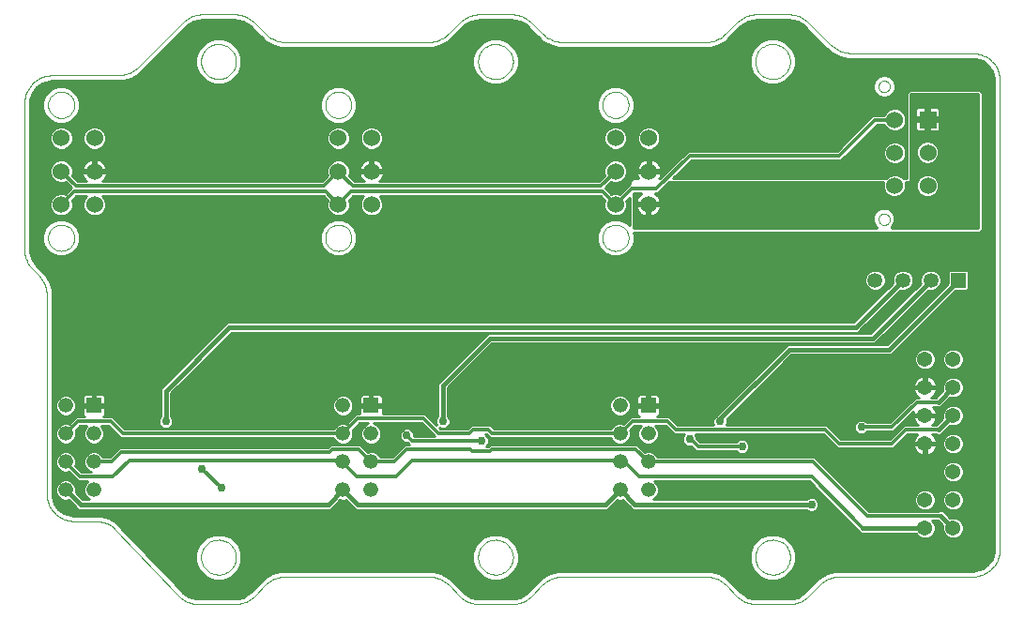
<source format=gbl>
G75*
G70*
%OFA0B0*%
%FSLAX24Y24*%
%IPPOS*%
%LPD*%
%AMOC8*
5,1,8,0,0,1.08239X$1,22.5*
%
%ADD10C,0.0000*%
%ADD11C,0.0602*%
%ADD12R,0.0602X0.0602*%
%ADD13R,0.0525X0.0525*%
%ADD14C,0.0525*%
%ADD15R,0.0531X0.0531*%
%ADD16C,0.0531*%
%ADD17C,0.0540*%
%ADD18C,0.0118*%
%ADD19C,0.0157*%
%ADD20C,0.0297*%
%ADD21C,0.0098*%
D10*
X004651Y004041D02*
X004712Y004039D01*
X004773Y004033D01*
X004834Y004024D01*
X004894Y004011D01*
X004953Y003994D01*
X005010Y003973D01*
X005067Y003949D01*
X005121Y003921D01*
X005174Y003890D01*
X005225Y003856D01*
X005274Y003819D01*
X005320Y003779D01*
X005364Y003736D01*
X005363Y003736D02*
X007533Y001458D01*
X008301Y001089D02*
X009586Y001089D01*
X010282Y001377D02*
X010690Y001784D01*
X011386Y002073D02*
X016476Y002073D01*
X017172Y001784D02*
X017579Y001377D01*
X018275Y001089D02*
X019429Y001089D01*
X020124Y001377D02*
X020532Y001784D01*
X021228Y002073D02*
X026318Y002073D01*
X027014Y001784D02*
X027422Y001377D01*
X028118Y001089D02*
X029271Y001089D01*
X029967Y001377D02*
X030375Y001784D01*
X031071Y002073D02*
X035781Y002073D01*
X035843Y002075D01*
X035904Y002081D01*
X035965Y002090D01*
X036026Y002104D01*
X036085Y002121D01*
X036143Y002142D01*
X036200Y002167D01*
X036255Y002195D01*
X036308Y002226D01*
X036359Y002261D01*
X036408Y002299D01*
X036455Y002340D01*
X036498Y002383D01*
X036539Y002430D01*
X036577Y002479D01*
X036612Y002530D01*
X036643Y002583D01*
X036671Y002638D01*
X036696Y002695D01*
X036717Y002753D01*
X036734Y002812D01*
X036748Y002873D01*
X036757Y002934D01*
X036763Y002995D01*
X036765Y003057D01*
X036765Y019691D01*
X036763Y019753D01*
X036757Y019814D01*
X036748Y019875D01*
X036734Y019936D01*
X036717Y019995D01*
X036696Y020053D01*
X036671Y020110D01*
X036643Y020165D01*
X036612Y020218D01*
X036577Y020269D01*
X036539Y020318D01*
X036498Y020365D01*
X036455Y020408D01*
X036408Y020449D01*
X036359Y020487D01*
X036308Y020522D01*
X036255Y020553D01*
X036200Y020581D01*
X036143Y020606D01*
X036085Y020627D01*
X036026Y020644D01*
X035965Y020658D01*
X035904Y020667D01*
X035843Y020673D01*
X035781Y020675D01*
X031464Y020675D01*
X030768Y020963D02*
X029967Y021765D01*
X029271Y022053D02*
X028118Y022053D01*
X027422Y021765D02*
X027014Y021357D01*
X026318Y021069D02*
X021228Y021069D01*
X020532Y021357D02*
X020124Y021765D01*
X019429Y022053D02*
X018275Y022053D01*
X017579Y021765D02*
X017172Y021357D01*
X016476Y021069D02*
X011386Y021069D01*
X010690Y021357D02*
X010282Y021765D01*
X009586Y022053D02*
X008433Y022053D01*
X007737Y021765D02*
X006148Y020176D01*
X005452Y019888D02*
X003104Y019888D01*
X003104Y019887D02*
X003042Y019885D01*
X002981Y019879D01*
X002920Y019870D01*
X002859Y019856D01*
X002800Y019839D01*
X002742Y019818D01*
X002685Y019793D01*
X002630Y019765D01*
X002577Y019734D01*
X002526Y019699D01*
X002477Y019661D01*
X002430Y019620D01*
X002387Y019577D01*
X002346Y019530D01*
X002308Y019481D01*
X002273Y019430D01*
X002242Y019377D01*
X002214Y019322D01*
X002189Y019265D01*
X002168Y019207D01*
X002151Y019148D01*
X002137Y019087D01*
X002128Y019026D01*
X002122Y018965D01*
X002120Y018903D01*
X002120Y013701D01*
X002122Y013642D01*
X002127Y013582D01*
X002136Y013524D01*
X002149Y013466D01*
X002165Y013408D01*
X002184Y013352D01*
X002207Y013297D01*
X002233Y013244D01*
X002262Y013192D01*
X002294Y013142D01*
X002329Y013094D01*
X002367Y013049D01*
X002408Y013005D01*
X002619Y012794D01*
X002907Y012098D02*
X002907Y005026D01*
X002909Y004964D01*
X002915Y004903D01*
X002924Y004842D01*
X002938Y004781D01*
X002955Y004722D01*
X002976Y004664D01*
X003001Y004607D01*
X003029Y004552D01*
X003060Y004499D01*
X003095Y004448D01*
X003133Y004399D01*
X003174Y004352D01*
X003217Y004309D01*
X003264Y004268D01*
X003313Y004230D01*
X003364Y004195D01*
X003417Y004164D01*
X003472Y004136D01*
X003529Y004111D01*
X003587Y004090D01*
X003646Y004073D01*
X003707Y004059D01*
X003768Y004050D01*
X003829Y004044D01*
X003891Y004042D01*
X003891Y004041D02*
X004651Y004041D01*
X007533Y001458D02*
X007571Y001414D01*
X007611Y001371D01*
X007654Y001331D01*
X007700Y001294D01*
X007748Y001259D01*
X007797Y001228D01*
X007848Y001199D01*
X007901Y001174D01*
X007956Y001152D01*
X008011Y001133D01*
X008068Y001117D01*
X008126Y001105D01*
X008184Y001096D01*
X008242Y001091D01*
X008301Y001089D01*
X009586Y001089D02*
X009645Y001091D01*
X009705Y001096D01*
X009763Y001105D01*
X009821Y001118D01*
X009879Y001134D01*
X009935Y001153D01*
X009990Y001176D01*
X010043Y001202D01*
X010095Y001231D01*
X010145Y001263D01*
X010193Y001298D01*
X010238Y001336D01*
X010282Y001377D01*
X010690Y001785D02*
X010734Y001826D01*
X010779Y001864D01*
X010827Y001899D01*
X010877Y001931D01*
X010929Y001960D01*
X010982Y001986D01*
X011037Y002009D01*
X011093Y002028D01*
X011151Y002044D01*
X011209Y002057D01*
X011267Y002066D01*
X011327Y002071D01*
X011386Y002073D01*
X008389Y002762D02*
X008391Y002811D01*
X008397Y002860D01*
X008407Y002909D01*
X008420Y002956D01*
X008437Y003002D01*
X008458Y003047D01*
X008483Y003090D01*
X008510Y003130D01*
X008541Y003169D01*
X008575Y003205D01*
X008612Y003238D01*
X008651Y003268D01*
X008692Y003295D01*
X008735Y003318D01*
X008780Y003338D01*
X008827Y003355D01*
X008874Y003367D01*
X008923Y003376D01*
X008972Y003381D01*
X009021Y003382D01*
X009071Y003379D01*
X009119Y003372D01*
X009167Y003361D01*
X009215Y003347D01*
X009260Y003329D01*
X009305Y003307D01*
X009347Y003282D01*
X009387Y003253D01*
X009425Y003222D01*
X009460Y003187D01*
X009493Y003150D01*
X009522Y003110D01*
X009548Y003068D01*
X009571Y003025D01*
X009590Y002979D01*
X009605Y002932D01*
X009617Y002884D01*
X009625Y002836D01*
X009629Y002787D01*
X009629Y002737D01*
X009625Y002688D01*
X009617Y002640D01*
X009605Y002592D01*
X009590Y002545D01*
X009571Y002499D01*
X009548Y002456D01*
X009522Y002414D01*
X009493Y002374D01*
X009460Y002337D01*
X009425Y002302D01*
X009387Y002271D01*
X009347Y002242D01*
X009305Y002217D01*
X009260Y002195D01*
X009215Y002177D01*
X009167Y002163D01*
X009119Y002152D01*
X009071Y002145D01*
X009021Y002142D01*
X008972Y002143D01*
X008923Y002148D01*
X008874Y002157D01*
X008827Y002169D01*
X008780Y002186D01*
X008735Y002206D01*
X008692Y002229D01*
X008651Y002256D01*
X008612Y002286D01*
X008575Y002319D01*
X008541Y002355D01*
X008510Y002394D01*
X008483Y002434D01*
X008458Y002477D01*
X008437Y002522D01*
X008420Y002568D01*
X008407Y002615D01*
X008397Y002664D01*
X008391Y002713D01*
X008389Y002762D01*
X016476Y002073D02*
X016535Y002071D01*
X016595Y002066D01*
X016653Y002057D01*
X016711Y002044D01*
X016769Y002028D01*
X016825Y002009D01*
X016880Y001986D01*
X016933Y001960D01*
X016985Y001931D01*
X017035Y001899D01*
X017083Y001864D01*
X017128Y001826D01*
X017172Y001785D01*
X017579Y001377D02*
X017623Y001336D01*
X017668Y001298D01*
X017716Y001263D01*
X017766Y001231D01*
X017818Y001202D01*
X017871Y001176D01*
X017926Y001153D01*
X017982Y001134D01*
X018040Y001118D01*
X018098Y001105D01*
X018156Y001096D01*
X018216Y001091D01*
X018275Y001089D01*
X019429Y001089D02*
X019488Y001091D01*
X019548Y001096D01*
X019606Y001105D01*
X019664Y001118D01*
X019722Y001134D01*
X019778Y001153D01*
X019833Y001176D01*
X019886Y001202D01*
X019938Y001231D01*
X019988Y001263D01*
X020036Y001298D01*
X020081Y001336D01*
X020125Y001377D01*
X020532Y001785D02*
X020576Y001826D01*
X020621Y001864D01*
X020669Y001899D01*
X020719Y001931D01*
X020771Y001960D01*
X020824Y001986D01*
X020879Y002009D01*
X020935Y002028D01*
X020993Y002044D01*
X021051Y002057D01*
X021109Y002066D01*
X021169Y002071D01*
X021228Y002073D01*
X018232Y002762D02*
X018234Y002811D01*
X018240Y002860D01*
X018250Y002909D01*
X018263Y002956D01*
X018280Y003002D01*
X018301Y003047D01*
X018326Y003090D01*
X018353Y003130D01*
X018384Y003169D01*
X018418Y003205D01*
X018455Y003238D01*
X018494Y003268D01*
X018535Y003295D01*
X018578Y003318D01*
X018623Y003338D01*
X018670Y003355D01*
X018717Y003367D01*
X018766Y003376D01*
X018815Y003381D01*
X018864Y003382D01*
X018914Y003379D01*
X018962Y003372D01*
X019010Y003361D01*
X019058Y003347D01*
X019103Y003329D01*
X019148Y003307D01*
X019190Y003282D01*
X019230Y003253D01*
X019268Y003222D01*
X019303Y003187D01*
X019336Y003150D01*
X019365Y003110D01*
X019391Y003068D01*
X019414Y003025D01*
X019433Y002979D01*
X019448Y002932D01*
X019460Y002884D01*
X019468Y002836D01*
X019472Y002787D01*
X019472Y002737D01*
X019468Y002688D01*
X019460Y002640D01*
X019448Y002592D01*
X019433Y002545D01*
X019414Y002499D01*
X019391Y002456D01*
X019365Y002414D01*
X019336Y002374D01*
X019303Y002337D01*
X019268Y002302D01*
X019230Y002271D01*
X019190Y002242D01*
X019148Y002217D01*
X019103Y002195D01*
X019058Y002177D01*
X019010Y002163D01*
X018962Y002152D01*
X018914Y002145D01*
X018864Y002142D01*
X018815Y002143D01*
X018766Y002148D01*
X018717Y002157D01*
X018670Y002169D01*
X018623Y002186D01*
X018578Y002206D01*
X018535Y002229D01*
X018494Y002256D01*
X018455Y002286D01*
X018418Y002319D01*
X018384Y002355D01*
X018353Y002394D01*
X018326Y002434D01*
X018301Y002477D01*
X018280Y002522D01*
X018263Y002568D01*
X018250Y002615D01*
X018240Y002664D01*
X018234Y002713D01*
X018232Y002762D01*
X026318Y002073D02*
X026377Y002071D01*
X026437Y002066D01*
X026495Y002057D01*
X026553Y002044D01*
X026611Y002028D01*
X026667Y002009D01*
X026722Y001986D01*
X026775Y001960D01*
X026827Y001931D01*
X026877Y001899D01*
X026925Y001864D01*
X026970Y001826D01*
X027014Y001785D01*
X027422Y001377D02*
X027466Y001336D01*
X027511Y001298D01*
X027559Y001263D01*
X027609Y001231D01*
X027661Y001202D01*
X027714Y001176D01*
X027769Y001153D01*
X027825Y001134D01*
X027883Y001118D01*
X027941Y001105D01*
X027999Y001096D01*
X028059Y001091D01*
X028118Y001089D01*
X029271Y001089D02*
X029330Y001091D01*
X029390Y001096D01*
X029448Y001105D01*
X029506Y001118D01*
X029564Y001134D01*
X029620Y001153D01*
X029675Y001176D01*
X029728Y001202D01*
X029780Y001231D01*
X029830Y001263D01*
X029878Y001298D01*
X029923Y001336D01*
X029967Y001377D01*
X030375Y001785D02*
X030419Y001826D01*
X030464Y001864D01*
X030512Y001899D01*
X030562Y001931D01*
X030614Y001960D01*
X030667Y001986D01*
X030722Y002009D01*
X030778Y002028D01*
X030836Y002044D01*
X030894Y002057D01*
X030952Y002066D01*
X031012Y002071D01*
X031071Y002073D01*
X028074Y002762D02*
X028076Y002811D01*
X028082Y002860D01*
X028092Y002909D01*
X028105Y002956D01*
X028122Y003002D01*
X028143Y003047D01*
X028168Y003090D01*
X028195Y003130D01*
X028226Y003169D01*
X028260Y003205D01*
X028297Y003238D01*
X028336Y003268D01*
X028377Y003295D01*
X028420Y003318D01*
X028465Y003338D01*
X028512Y003355D01*
X028559Y003367D01*
X028608Y003376D01*
X028657Y003381D01*
X028706Y003382D01*
X028756Y003379D01*
X028804Y003372D01*
X028852Y003361D01*
X028900Y003347D01*
X028945Y003329D01*
X028990Y003307D01*
X029032Y003282D01*
X029072Y003253D01*
X029110Y003222D01*
X029145Y003187D01*
X029178Y003150D01*
X029207Y003110D01*
X029233Y003068D01*
X029256Y003025D01*
X029275Y002979D01*
X029290Y002932D01*
X029302Y002884D01*
X029310Y002836D01*
X029314Y002787D01*
X029314Y002737D01*
X029310Y002688D01*
X029302Y002640D01*
X029290Y002592D01*
X029275Y002545D01*
X029256Y002499D01*
X029233Y002456D01*
X029207Y002414D01*
X029178Y002374D01*
X029145Y002337D01*
X029110Y002302D01*
X029072Y002271D01*
X029032Y002242D01*
X028990Y002217D01*
X028945Y002195D01*
X028900Y002177D01*
X028852Y002163D01*
X028804Y002152D01*
X028756Y002145D01*
X028706Y002142D01*
X028657Y002143D01*
X028608Y002148D01*
X028559Y002157D01*
X028512Y002169D01*
X028465Y002186D01*
X028420Y002206D01*
X028377Y002229D01*
X028336Y002256D01*
X028297Y002286D01*
X028260Y002319D01*
X028226Y002355D01*
X028195Y002394D01*
X028168Y002434D01*
X028143Y002477D01*
X028122Y002522D01*
X028105Y002568D01*
X028092Y002615D01*
X028082Y002664D01*
X028076Y002713D01*
X028074Y002762D01*
X022647Y014112D02*
X022649Y014155D01*
X022655Y014197D01*
X022665Y014239D01*
X022678Y014280D01*
X022696Y014319D01*
X022717Y014357D01*
X022741Y014392D01*
X022768Y014425D01*
X022799Y014456D01*
X022832Y014483D01*
X022867Y014507D01*
X022905Y014528D01*
X022944Y014546D01*
X022985Y014559D01*
X023027Y014569D01*
X023069Y014575D01*
X023112Y014577D01*
X023155Y014575D01*
X023197Y014569D01*
X023239Y014559D01*
X023280Y014546D01*
X023319Y014528D01*
X023357Y014507D01*
X023392Y014483D01*
X023425Y014456D01*
X023456Y014425D01*
X023483Y014392D01*
X023507Y014357D01*
X023528Y014319D01*
X023546Y014280D01*
X023559Y014239D01*
X023569Y014197D01*
X023575Y014155D01*
X023577Y014112D01*
X023575Y014069D01*
X023569Y014027D01*
X023559Y013985D01*
X023546Y013944D01*
X023528Y013905D01*
X023507Y013867D01*
X023483Y013832D01*
X023456Y013799D01*
X023425Y013768D01*
X023392Y013741D01*
X023357Y013717D01*
X023319Y013696D01*
X023280Y013678D01*
X023239Y013665D01*
X023197Y013655D01*
X023155Y013649D01*
X023112Y013647D01*
X023069Y013649D01*
X023027Y013655D01*
X022985Y013665D01*
X022944Y013678D01*
X022905Y013696D01*
X022867Y013717D01*
X022832Y013741D01*
X022799Y013768D01*
X022768Y013799D01*
X022741Y013832D01*
X022717Y013867D01*
X022696Y013905D01*
X022678Y013944D01*
X022665Y013985D01*
X022655Y014027D01*
X022649Y014069D01*
X022647Y014112D01*
X022647Y018837D02*
X022649Y018880D01*
X022655Y018922D01*
X022665Y018964D01*
X022678Y019005D01*
X022696Y019044D01*
X022717Y019082D01*
X022741Y019117D01*
X022768Y019150D01*
X022799Y019181D01*
X022832Y019208D01*
X022867Y019232D01*
X022905Y019253D01*
X022944Y019271D01*
X022985Y019284D01*
X023027Y019294D01*
X023069Y019300D01*
X023112Y019302D01*
X023155Y019300D01*
X023197Y019294D01*
X023239Y019284D01*
X023280Y019271D01*
X023319Y019253D01*
X023357Y019232D01*
X023392Y019208D01*
X023425Y019181D01*
X023456Y019150D01*
X023483Y019117D01*
X023507Y019082D01*
X023528Y019044D01*
X023546Y019005D01*
X023559Y018964D01*
X023569Y018922D01*
X023575Y018880D01*
X023577Y018837D01*
X023575Y018794D01*
X023569Y018752D01*
X023559Y018710D01*
X023546Y018669D01*
X023528Y018630D01*
X023507Y018592D01*
X023483Y018557D01*
X023456Y018524D01*
X023425Y018493D01*
X023392Y018466D01*
X023357Y018442D01*
X023319Y018421D01*
X023280Y018403D01*
X023239Y018390D01*
X023197Y018380D01*
X023155Y018374D01*
X023112Y018372D01*
X023069Y018374D01*
X023027Y018380D01*
X022985Y018390D01*
X022944Y018403D01*
X022905Y018421D01*
X022867Y018442D01*
X022832Y018466D01*
X022799Y018493D01*
X022768Y018524D01*
X022741Y018557D01*
X022717Y018592D01*
X022696Y018630D01*
X022678Y018669D01*
X022665Y018710D01*
X022655Y018752D01*
X022649Y018794D01*
X022647Y018837D01*
X020125Y021765D02*
X020081Y021806D01*
X020036Y021844D01*
X019988Y021879D01*
X019938Y021911D01*
X019886Y021940D01*
X019833Y021966D01*
X019778Y021989D01*
X019722Y022008D01*
X019664Y022024D01*
X019606Y022037D01*
X019548Y022046D01*
X019488Y022051D01*
X019429Y022053D01*
X018275Y022053D02*
X018216Y022051D01*
X018156Y022046D01*
X018098Y022037D01*
X018040Y022024D01*
X017982Y022008D01*
X017926Y021989D01*
X017871Y021966D01*
X017818Y021940D01*
X017766Y021911D01*
X017716Y021879D01*
X017668Y021844D01*
X017623Y021806D01*
X017579Y021765D01*
X017172Y021357D02*
X017128Y021316D01*
X017083Y021278D01*
X017035Y021243D01*
X016985Y021211D01*
X016933Y021182D01*
X016880Y021156D01*
X016825Y021133D01*
X016769Y021114D01*
X016711Y021098D01*
X016653Y021085D01*
X016595Y021076D01*
X016535Y021071D01*
X016476Y021069D01*
X018232Y020380D02*
X018234Y020429D01*
X018240Y020478D01*
X018250Y020527D01*
X018263Y020574D01*
X018280Y020620D01*
X018301Y020665D01*
X018326Y020708D01*
X018353Y020748D01*
X018384Y020787D01*
X018418Y020823D01*
X018455Y020856D01*
X018494Y020886D01*
X018535Y020913D01*
X018578Y020936D01*
X018623Y020956D01*
X018670Y020973D01*
X018717Y020985D01*
X018766Y020994D01*
X018815Y020999D01*
X018864Y021000D01*
X018914Y020997D01*
X018962Y020990D01*
X019010Y020979D01*
X019058Y020965D01*
X019103Y020947D01*
X019148Y020925D01*
X019190Y020900D01*
X019230Y020871D01*
X019268Y020840D01*
X019303Y020805D01*
X019336Y020768D01*
X019365Y020728D01*
X019391Y020686D01*
X019414Y020643D01*
X019433Y020597D01*
X019448Y020550D01*
X019460Y020502D01*
X019468Y020454D01*
X019472Y020405D01*
X019472Y020355D01*
X019468Y020306D01*
X019460Y020258D01*
X019448Y020210D01*
X019433Y020163D01*
X019414Y020117D01*
X019391Y020074D01*
X019365Y020032D01*
X019336Y019992D01*
X019303Y019955D01*
X019268Y019920D01*
X019230Y019889D01*
X019190Y019860D01*
X019148Y019835D01*
X019103Y019813D01*
X019058Y019795D01*
X019010Y019781D01*
X018962Y019770D01*
X018914Y019763D01*
X018864Y019760D01*
X018815Y019761D01*
X018766Y019766D01*
X018717Y019775D01*
X018670Y019787D01*
X018623Y019804D01*
X018578Y019824D01*
X018535Y019847D01*
X018494Y019874D01*
X018455Y019904D01*
X018418Y019937D01*
X018384Y019973D01*
X018353Y020012D01*
X018326Y020052D01*
X018301Y020095D01*
X018280Y020140D01*
X018263Y020186D01*
X018250Y020233D01*
X018240Y020282D01*
X018234Y020331D01*
X018232Y020380D01*
X020532Y021357D02*
X020576Y021316D01*
X020621Y021278D01*
X020669Y021243D01*
X020719Y021211D01*
X020771Y021182D01*
X020824Y021156D01*
X020879Y021133D01*
X020935Y021114D01*
X020993Y021098D01*
X021051Y021085D01*
X021109Y021076D01*
X021169Y021071D01*
X021228Y021069D01*
X026318Y021069D02*
X026377Y021071D01*
X026437Y021076D01*
X026495Y021085D01*
X026553Y021098D01*
X026611Y021114D01*
X026667Y021133D01*
X026722Y021156D01*
X026775Y021182D01*
X026827Y021211D01*
X026877Y021243D01*
X026925Y021278D01*
X026970Y021316D01*
X027014Y021357D01*
X027422Y021765D02*
X027466Y021806D01*
X027511Y021844D01*
X027559Y021879D01*
X027609Y021911D01*
X027661Y021940D01*
X027714Y021966D01*
X027769Y021989D01*
X027825Y022008D01*
X027883Y022024D01*
X027941Y022037D01*
X027999Y022046D01*
X028059Y022051D01*
X028118Y022053D01*
X029271Y022053D02*
X029330Y022051D01*
X029390Y022046D01*
X029448Y022037D01*
X029506Y022024D01*
X029564Y022008D01*
X029620Y021989D01*
X029675Y021966D01*
X029728Y021940D01*
X029780Y021911D01*
X029830Y021879D01*
X029878Y021844D01*
X029923Y021806D01*
X029967Y021765D01*
X030768Y020963D02*
X030812Y020922D01*
X030857Y020884D01*
X030905Y020849D01*
X030955Y020817D01*
X031007Y020788D01*
X031060Y020762D01*
X031115Y020739D01*
X031171Y020720D01*
X031229Y020704D01*
X031287Y020691D01*
X031345Y020682D01*
X031405Y020677D01*
X031464Y020675D01*
X032454Y019494D02*
X032456Y019522D01*
X032462Y019549D01*
X032471Y019576D01*
X032485Y019601D01*
X032501Y019623D01*
X032521Y019643D01*
X032543Y019661D01*
X032567Y019675D01*
X032593Y019685D01*
X032620Y019692D01*
X032648Y019695D01*
X032676Y019694D01*
X032704Y019689D01*
X032730Y019680D01*
X032755Y019668D01*
X032779Y019652D01*
X032800Y019634D01*
X032818Y019612D01*
X032832Y019588D01*
X032844Y019563D01*
X032852Y019536D01*
X032856Y019508D01*
X032856Y019480D01*
X032852Y019452D01*
X032844Y019425D01*
X032832Y019400D01*
X032818Y019376D01*
X032800Y019354D01*
X032779Y019336D01*
X032756Y019320D01*
X032730Y019308D01*
X032704Y019299D01*
X032676Y019294D01*
X032648Y019293D01*
X032620Y019296D01*
X032593Y019303D01*
X032567Y019313D01*
X032543Y019327D01*
X032521Y019345D01*
X032501Y019365D01*
X032485Y019387D01*
X032471Y019412D01*
X032462Y019439D01*
X032456Y019466D01*
X032454Y019494D01*
X028074Y020380D02*
X028076Y020429D01*
X028082Y020478D01*
X028092Y020527D01*
X028105Y020574D01*
X028122Y020620D01*
X028143Y020665D01*
X028168Y020708D01*
X028195Y020748D01*
X028226Y020787D01*
X028260Y020823D01*
X028297Y020856D01*
X028336Y020886D01*
X028377Y020913D01*
X028420Y020936D01*
X028465Y020956D01*
X028512Y020973D01*
X028559Y020985D01*
X028608Y020994D01*
X028657Y020999D01*
X028706Y021000D01*
X028756Y020997D01*
X028804Y020990D01*
X028852Y020979D01*
X028900Y020965D01*
X028945Y020947D01*
X028990Y020925D01*
X029032Y020900D01*
X029072Y020871D01*
X029110Y020840D01*
X029145Y020805D01*
X029178Y020768D01*
X029207Y020728D01*
X029233Y020686D01*
X029256Y020643D01*
X029275Y020597D01*
X029290Y020550D01*
X029302Y020502D01*
X029310Y020454D01*
X029314Y020405D01*
X029314Y020355D01*
X029310Y020306D01*
X029302Y020258D01*
X029290Y020210D01*
X029275Y020163D01*
X029256Y020117D01*
X029233Y020074D01*
X029207Y020032D01*
X029178Y019992D01*
X029145Y019955D01*
X029110Y019920D01*
X029072Y019889D01*
X029032Y019860D01*
X028990Y019835D01*
X028945Y019813D01*
X028900Y019795D01*
X028852Y019781D01*
X028804Y019770D01*
X028756Y019763D01*
X028706Y019760D01*
X028657Y019761D01*
X028608Y019766D01*
X028559Y019775D01*
X028512Y019787D01*
X028465Y019804D01*
X028420Y019824D01*
X028377Y019847D01*
X028336Y019874D01*
X028297Y019904D01*
X028260Y019937D01*
X028226Y019973D01*
X028195Y020012D01*
X028168Y020052D01*
X028143Y020095D01*
X028122Y020140D01*
X028105Y020186D01*
X028092Y020233D01*
X028082Y020282D01*
X028076Y020331D01*
X028074Y020380D01*
X032454Y014770D02*
X032456Y014798D01*
X032462Y014825D01*
X032471Y014852D01*
X032485Y014877D01*
X032501Y014899D01*
X032521Y014919D01*
X032543Y014937D01*
X032567Y014951D01*
X032593Y014961D01*
X032620Y014968D01*
X032648Y014971D01*
X032676Y014970D01*
X032704Y014965D01*
X032730Y014956D01*
X032755Y014944D01*
X032779Y014928D01*
X032800Y014910D01*
X032818Y014888D01*
X032832Y014864D01*
X032844Y014839D01*
X032852Y014812D01*
X032856Y014784D01*
X032856Y014756D01*
X032852Y014728D01*
X032844Y014701D01*
X032832Y014676D01*
X032818Y014652D01*
X032800Y014630D01*
X032779Y014612D01*
X032756Y014596D01*
X032730Y014584D01*
X032704Y014575D01*
X032676Y014570D01*
X032648Y014569D01*
X032620Y014572D01*
X032593Y014579D01*
X032567Y014589D01*
X032543Y014603D01*
X032521Y014621D01*
X032501Y014641D01*
X032485Y014663D01*
X032471Y014688D01*
X032462Y014715D01*
X032456Y014742D01*
X032454Y014770D01*
X012804Y014112D02*
X012806Y014155D01*
X012812Y014197D01*
X012822Y014239D01*
X012835Y014280D01*
X012853Y014319D01*
X012874Y014357D01*
X012898Y014392D01*
X012925Y014425D01*
X012956Y014456D01*
X012989Y014483D01*
X013024Y014507D01*
X013062Y014528D01*
X013101Y014546D01*
X013142Y014559D01*
X013184Y014569D01*
X013226Y014575D01*
X013269Y014577D01*
X013312Y014575D01*
X013354Y014569D01*
X013396Y014559D01*
X013437Y014546D01*
X013476Y014528D01*
X013514Y014507D01*
X013549Y014483D01*
X013582Y014456D01*
X013613Y014425D01*
X013640Y014392D01*
X013664Y014357D01*
X013685Y014319D01*
X013703Y014280D01*
X013716Y014239D01*
X013726Y014197D01*
X013732Y014155D01*
X013734Y014112D01*
X013732Y014069D01*
X013726Y014027D01*
X013716Y013985D01*
X013703Y013944D01*
X013685Y013905D01*
X013664Y013867D01*
X013640Y013832D01*
X013613Y013799D01*
X013582Y013768D01*
X013549Y013741D01*
X013514Y013717D01*
X013476Y013696D01*
X013437Y013678D01*
X013396Y013665D01*
X013354Y013655D01*
X013312Y013649D01*
X013269Y013647D01*
X013226Y013649D01*
X013184Y013655D01*
X013142Y013665D01*
X013101Y013678D01*
X013062Y013696D01*
X013024Y013717D01*
X012989Y013741D01*
X012956Y013768D01*
X012925Y013799D01*
X012898Y013832D01*
X012874Y013867D01*
X012853Y013905D01*
X012835Y013944D01*
X012822Y013985D01*
X012812Y014027D01*
X012806Y014069D01*
X012804Y014112D01*
X012804Y018837D02*
X012806Y018880D01*
X012812Y018922D01*
X012822Y018964D01*
X012835Y019005D01*
X012853Y019044D01*
X012874Y019082D01*
X012898Y019117D01*
X012925Y019150D01*
X012956Y019181D01*
X012989Y019208D01*
X013024Y019232D01*
X013062Y019253D01*
X013101Y019271D01*
X013142Y019284D01*
X013184Y019294D01*
X013226Y019300D01*
X013269Y019302D01*
X013312Y019300D01*
X013354Y019294D01*
X013396Y019284D01*
X013437Y019271D01*
X013476Y019253D01*
X013514Y019232D01*
X013549Y019208D01*
X013582Y019181D01*
X013613Y019150D01*
X013640Y019117D01*
X013664Y019082D01*
X013685Y019044D01*
X013703Y019005D01*
X013716Y018964D01*
X013726Y018922D01*
X013732Y018880D01*
X013734Y018837D01*
X013732Y018794D01*
X013726Y018752D01*
X013716Y018710D01*
X013703Y018669D01*
X013685Y018630D01*
X013664Y018592D01*
X013640Y018557D01*
X013613Y018524D01*
X013582Y018493D01*
X013549Y018466D01*
X013514Y018442D01*
X013476Y018421D01*
X013437Y018403D01*
X013396Y018390D01*
X013354Y018380D01*
X013312Y018374D01*
X013269Y018372D01*
X013226Y018374D01*
X013184Y018380D01*
X013142Y018390D01*
X013101Y018403D01*
X013062Y018421D01*
X013024Y018442D01*
X012989Y018466D01*
X012956Y018493D01*
X012925Y018524D01*
X012898Y018557D01*
X012874Y018592D01*
X012853Y018630D01*
X012835Y018669D01*
X012822Y018710D01*
X012812Y018752D01*
X012806Y018794D01*
X012804Y018837D01*
X010282Y021765D02*
X010238Y021806D01*
X010193Y021844D01*
X010145Y021879D01*
X010095Y021911D01*
X010043Y021940D01*
X009990Y021966D01*
X009935Y021989D01*
X009879Y022008D01*
X009821Y022024D01*
X009763Y022037D01*
X009705Y022046D01*
X009645Y022051D01*
X009586Y022053D01*
X008433Y022053D02*
X008374Y022051D01*
X008314Y022046D01*
X008256Y022037D01*
X008198Y022024D01*
X008140Y022008D01*
X008084Y021989D01*
X008029Y021966D01*
X007976Y021940D01*
X007924Y021911D01*
X007874Y021879D01*
X007826Y021844D01*
X007781Y021806D01*
X007737Y021765D01*
X008389Y020380D02*
X008391Y020429D01*
X008397Y020478D01*
X008407Y020527D01*
X008420Y020574D01*
X008437Y020620D01*
X008458Y020665D01*
X008483Y020708D01*
X008510Y020748D01*
X008541Y020787D01*
X008575Y020823D01*
X008612Y020856D01*
X008651Y020886D01*
X008692Y020913D01*
X008735Y020936D01*
X008780Y020956D01*
X008827Y020973D01*
X008874Y020985D01*
X008923Y020994D01*
X008972Y020999D01*
X009021Y021000D01*
X009071Y020997D01*
X009119Y020990D01*
X009167Y020979D01*
X009215Y020965D01*
X009260Y020947D01*
X009305Y020925D01*
X009347Y020900D01*
X009387Y020871D01*
X009425Y020840D01*
X009460Y020805D01*
X009493Y020768D01*
X009522Y020728D01*
X009548Y020686D01*
X009571Y020643D01*
X009590Y020597D01*
X009605Y020550D01*
X009617Y020502D01*
X009625Y020454D01*
X009629Y020405D01*
X009629Y020355D01*
X009625Y020306D01*
X009617Y020258D01*
X009605Y020210D01*
X009590Y020163D01*
X009571Y020117D01*
X009548Y020074D01*
X009522Y020032D01*
X009493Y019992D01*
X009460Y019955D01*
X009425Y019920D01*
X009387Y019889D01*
X009347Y019860D01*
X009305Y019835D01*
X009260Y019813D01*
X009215Y019795D01*
X009167Y019781D01*
X009119Y019770D01*
X009071Y019763D01*
X009021Y019760D01*
X008972Y019761D01*
X008923Y019766D01*
X008874Y019775D01*
X008827Y019787D01*
X008780Y019804D01*
X008735Y019824D01*
X008692Y019847D01*
X008651Y019874D01*
X008612Y019904D01*
X008575Y019937D01*
X008541Y019973D01*
X008510Y020012D01*
X008483Y020052D01*
X008458Y020095D01*
X008437Y020140D01*
X008420Y020186D01*
X008407Y020233D01*
X008397Y020282D01*
X008391Y020331D01*
X008389Y020380D01*
X010690Y021357D02*
X010734Y021316D01*
X010779Y021278D01*
X010827Y021243D01*
X010877Y021211D01*
X010929Y021182D01*
X010982Y021156D01*
X011037Y021133D01*
X011093Y021114D01*
X011151Y021098D01*
X011209Y021085D01*
X011267Y021076D01*
X011327Y021071D01*
X011386Y021069D01*
X006148Y020176D02*
X006104Y020135D01*
X006059Y020097D01*
X006011Y020062D01*
X005961Y020030D01*
X005909Y020001D01*
X005856Y019975D01*
X005801Y019952D01*
X005745Y019933D01*
X005687Y019917D01*
X005629Y019904D01*
X005571Y019895D01*
X005511Y019890D01*
X005452Y019888D01*
X002962Y018837D02*
X002964Y018880D01*
X002970Y018922D01*
X002980Y018964D01*
X002993Y019005D01*
X003011Y019044D01*
X003032Y019082D01*
X003056Y019117D01*
X003083Y019150D01*
X003114Y019181D01*
X003147Y019208D01*
X003182Y019232D01*
X003220Y019253D01*
X003259Y019271D01*
X003300Y019284D01*
X003342Y019294D01*
X003384Y019300D01*
X003427Y019302D01*
X003470Y019300D01*
X003512Y019294D01*
X003554Y019284D01*
X003595Y019271D01*
X003634Y019253D01*
X003672Y019232D01*
X003707Y019208D01*
X003740Y019181D01*
X003771Y019150D01*
X003798Y019117D01*
X003822Y019082D01*
X003843Y019044D01*
X003861Y019005D01*
X003874Y018964D01*
X003884Y018922D01*
X003890Y018880D01*
X003892Y018837D01*
X003890Y018794D01*
X003884Y018752D01*
X003874Y018710D01*
X003861Y018669D01*
X003843Y018630D01*
X003822Y018592D01*
X003798Y018557D01*
X003771Y018524D01*
X003740Y018493D01*
X003707Y018466D01*
X003672Y018442D01*
X003634Y018421D01*
X003595Y018403D01*
X003554Y018390D01*
X003512Y018380D01*
X003470Y018374D01*
X003427Y018372D01*
X003384Y018374D01*
X003342Y018380D01*
X003300Y018390D01*
X003259Y018403D01*
X003220Y018421D01*
X003182Y018442D01*
X003147Y018466D01*
X003114Y018493D01*
X003083Y018524D01*
X003056Y018557D01*
X003032Y018592D01*
X003011Y018630D01*
X002993Y018669D01*
X002980Y018710D01*
X002970Y018752D01*
X002964Y018794D01*
X002962Y018837D01*
X002962Y014112D02*
X002964Y014155D01*
X002970Y014197D01*
X002980Y014239D01*
X002993Y014280D01*
X003011Y014319D01*
X003032Y014357D01*
X003056Y014392D01*
X003083Y014425D01*
X003114Y014456D01*
X003147Y014483D01*
X003182Y014507D01*
X003220Y014528D01*
X003259Y014546D01*
X003300Y014559D01*
X003342Y014569D01*
X003384Y014575D01*
X003427Y014577D01*
X003470Y014575D01*
X003512Y014569D01*
X003554Y014559D01*
X003595Y014546D01*
X003634Y014528D01*
X003672Y014507D01*
X003707Y014483D01*
X003740Y014456D01*
X003771Y014425D01*
X003798Y014392D01*
X003822Y014357D01*
X003843Y014319D01*
X003861Y014280D01*
X003874Y014239D01*
X003884Y014197D01*
X003890Y014155D01*
X003892Y014112D01*
X003890Y014069D01*
X003884Y014027D01*
X003874Y013985D01*
X003861Y013944D01*
X003843Y013905D01*
X003822Y013867D01*
X003798Y013832D01*
X003771Y013799D01*
X003740Y013768D01*
X003707Y013741D01*
X003672Y013717D01*
X003634Y013696D01*
X003595Y013678D01*
X003554Y013665D01*
X003512Y013655D01*
X003470Y013649D01*
X003427Y013647D01*
X003384Y013649D01*
X003342Y013655D01*
X003300Y013665D01*
X003259Y013678D01*
X003220Y013696D01*
X003182Y013717D01*
X003147Y013741D01*
X003114Y013768D01*
X003083Y013799D01*
X003056Y013832D01*
X003032Y013867D01*
X003011Y013905D01*
X002993Y013944D01*
X002980Y013985D01*
X002970Y014027D01*
X002964Y014069D01*
X002962Y014112D01*
X002619Y012794D02*
X002660Y012750D01*
X002698Y012705D01*
X002733Y012657D01*
X002765Y012607D01*
X002794Y012555D01*
X002820Y012502D01*
X002843Y012447D01*
X002862Y012391D01*
X002878Y012333D01*
X002891Y012275D01*
X002900Y012217D01*
X002905Y012157D01*
X002907Y012098D01*
D11*
X003427Y015293D03*
X004608Y015293D03*
X004608Y016474D03*
X003427Y016474D03*
X003427Y017655D03*
X004608Y017655D03*
X013269Y017655D03*
X014450Y017655D03*
X014450Y016474D03*
X013269Y016474D03*
X013269Y015293D03*
X014450Y015293D03*
X023112Y015293D03*
X024293Y015293D03*
X024293Y016474D03*
X023112Y016474D03*
X023112Y017655D03*
X024293Y017655D03*
X033025Y017132D03*
X034206Y017132D03*
X033025Y018313D03*
X033025Y015951D03*
X034206Y015951D03*
D12*
X034206Y018313D03*
D13*
X024273Y008151D03*
X014431Y008151D03*
X004588Y008151D03*
D14*
X003588Y008151D03*
X003588Y007151D03*
X004588Y007151D03*
X004588Y006151D03*
X003588Y006151D03*
X003588Y005151D03*
X004588Y005151D03*
X013431Y005151D03*
X014431Y005151D03*
X014431Y006151D03*
X013431Y006151D03*
X013431Y007151D03*
X014431Y007151D03*
X013431Y008151D03*
X023273Y008151D03*
X023273Y007151D03*
X024273Y007151D03*
X024273Y006151D03*
X023273Y006151D03*
X023273Y005151D03*
X024273Y005151D03*
D15*
X035289Y012604D03*
D16*
X034305Y012604D03*
X033320Y012604D03*
X032336Y012604D03*
D17*
X034100Y009797D03*
X035100Y009797D03*
X035100Y008797D03*
X034100Y008797D03*
X034100Y007797D03*
X035100Y007797D03*
X035100Y006797D03*
X034100Y006797D03*
X035100Y005797D03*
X035100Y004797D03*
X034100Y004797D03*
X034100Y003797D03*
X035100Y003797D03*
D18*
X034659Y004238D02*
X032041Y004238D01*
X030128Y006151D01*
X024273Y006151D01*
X023824Y006600D01*
X018734Y006600D01*
X018655Y006522D01*
X018025Y006522D01*
X017946Y006600D01*
X015702Y006600D01*
X015254Y006151D01*
X014431Y006151D01*
X013982Y006600D01*
X013045Y006600D01*
X012946Y006502D01*
X005565Y006502D01*
X005214Y006151D01*
X004588Y006151D01*
X004088Y005616D02*
X003588Y006116D01*
X003588Y006151D01*
X004088Y005616D02*
X005269Y005616D01*
X005860Y006207D01*
X013376Y006207D01*
X013431Y006151D01*
X013431Y006116D01*
X013931Y005616D01*
X015309Y005616D01*
X015899Y006207D01*
X023218Y006207D01*
X023273Y006151D01*
X023435Y006151D01*
X023970Y005616D01*
X030072Y005616D01*
X031891Y003797D01*
X027612Y006699D02*
X026037Y006699D01*
X025781Y006955D01*
X025742Y006955D01*
X025250Y007289D02*
X024954Y007585D01*
X023706Y007585D01*
X023273Y007151D01*
X018734Y007151D01*
X018596Y007289D01*
X018065Y007289D01*
X017927Y007151D01*
X016824Y007151D01*
X016293Y007683D01*
X013962Y007683D01*
X013431Y007151D01*
X005604Y007151D01*
X005171Y007585D01*
X004021Y007585D01*
X003588Y007151D01*
X008419Y005911D02*
X009108Y005222D01*
X015702Y007092D02*
X015899Y006896D01*
X018360Y006896D01*
X025250Y007289D02*
X030565Y007289D01*
X031057Y006797D01*
X032927Y006797D01*
X033419Y007289D01*
X034592Y007289D01*
X034576Y008274D02*
X033813Y008274D01*
X032927Y007388D01*
X031844Y007388D01*
X032371Y014474D02*
X023773Y014474D01*
X023773Y015674D01*
X024034Y015674D01*
X023993Y015644D01*
X023942Y015593D01*
X023899Y015534D01*
X023866Y015470D01*
X023844Y015401D01*
X023833Y015335D01*
X024251Y015335D01*
X024251Y015252D01*
X023833Y015252D01*
X023844Y015185D01*
X023866Y015117D01*
X023899Y015052D01*
X023942Y014993D01*
X023993Y014942D01*
X024052Y014900D01*
X024116Y014867D01*
X024185Y014844D01*
X024251Y014834D01*
X024251Y015252D01*
X024334Y015252D01*
X024334Y014834D01*
X024401Y014844D01*
X024470Y014867D01*
X024534Y014900D01*
X024593Y014942D01*
X024644Y014993D01*
X024686Y015052D01*
X024719Y015117D01*
X024742Y015185D01*
X024752Y015252D01*
X024334Y015252D01*
X024334Y015335D01*
X024752Y015335D01*
X024742Y015401D01*
X024719Y015470D01*
X024686Y015534D01*
X024644Y015593D01*
X024593Y015644D01*
X024551Y015674D01*
X024634Y015674D01*
X025009Y016049D01*
X032611Y016049D01*
X032605Y016034D01*
X032605Y015867D01*
X032669Y015713D01*
X032787Y015594D01*
X032942Y015530D01*
X033109Y015530D01*
X033263Y015594D01*
X033381Y015713D01*
X033445Y015867D01*
X033445Y016034D01*
X033439Y016049D01*
X033616Y016049D01*
X033616Y019199D01*
X035978Y019199D01*
X035978Y014474D01*
X032939Y014474D01*
X033003Y014537D01*
X033065Y014688D01*
X033065Y014851D01*
X033003Y015002D01*
X032887Y015117D01*
X032737Y015179D01*
X032574Y015179D01*
X032423Y015117D01*
X032308Y015002D01*
X032245Y014851D01*
X032245Y014688D01*
X032308Y014537D01*
X032371Y014474D01*
X032341Y014504D02*
X023773Y014504D01*
X023773Y014620D02*
X032273Y014620D01*
X032245Y014737D02*
X023773Y014737D01*
X023773Y014854D02*
X024156Y014854D01*
X024251Y014854D02*
X024334Y014854D01*
X024429Y014854D02*
X032246Y014854D01*
X032295Y014970D02*
X024621Y014970D01*
X024704Y015087D02*
X032393Y015087D01*
X032917Y015087D02*
X035978Y015087D01*
X035978Y015204D02*
X024745Y015204D01*
X024730Y015437D02*
X035978Y015437D01*
X035978Y015554D02*
X034346Y015554D01*
X034290Y015530D02*
X034444Y015594D01*
X034563Y015713D01*
X034626Y015867D01*
X034626Y016034D01*
X034563Y016189D01*
X034444Y016307D01*
X034290Y016371D01*
X034123Y016371D01*
X033968Y016307D01*
X033850Y016189D01*
X033786Y016034D01*
X033786Y015867D01*
X033850Y015713D01*
X033968Y015594D01*
X034123Y015530D01*
X034290Y015530D01*
X034067Y015554D02*
X033164Y015554D01*
X033339Y015670D02*
X033892Y015670D01*
X033819Y015787D02*
X033412Y015787D01*
X033445Y015904D02*
X033786Y015904D01*
X033786Y016020D02*
X033445Y016020D01*
X033616Y016137D02*
X033829Y016137D01*
X033915Y016253D02*
X033616Y016253D01*
X033616Y016370D02*
X034121Y016370D01*
X034292Y016370D02*
X035978Y016370D01*
X035978Y016253D02*
X034498Y016253D01*
X034584Y016137D02*
X035978Y016137D01*
X035978Y016020D02*
X034626Y016020D01*
X034626Y015904D02*
X035978Y015904D01*
X035978Y015787D02*
X034593Y015787D01*
X034520Y015670D02*
X035978Y015670D01*
X035978Y015320D02*
X024334Y015320D01*
X024251Y015320D02*
X023773Y015320D01*
X023773Y015204D02*
X023841Y015204D01*
X023881Y015087D02*
X023773Y015087D01*
X023773Y014970D02*
X023965Y014970D01*
X024251Y014970D02*
X024334Y014970D01*
X024334Y015087D02*
X024251Y015087D01*
X024251Y015204D02*
X024334Y015204D01*
X023856Y015437D02*
X023773Y015437D01*
X023773Y015554D02*
X023913Y015554D01*
X024029Y015670D02*
X023773Y015670D01*
X023675Y015852D02*
X024561Y015852D01*
X025742Y017033D01*
X031057Y017033D01*
X032336Y018313D01*
X033025Y018313D01*
X033616Y018353D02*
X034165Y018353D01*
X034165Y018354D02*
X034165Y018271D01*
X034248Y018271D01*
X034248Y017853D01*
X034528Y017853D01*
X034569Y017864D01*
X034605Y017884D01*
X034635Y017914D01*
X034656Y017950D01*
X034666Y017991D01*
X034666Y018271D01*
X034248Y018271D01*
X034248Y018354D01*
X034666Y018354D01*
X034666Y018635D01*
X034656Y018675D01*
X034635Y018712D01*
X034605Y018741D01*
X034569Y018762D01*
X034528Y018773D01*
X034248Y018773D01*
X034248Y018354D01*
X034165Y018354D01*
X033746Y018354D01*
X033746Y018635D01*
X033757Y018675D01*
X033778Y018712D01*
X033807Y018741D01*
X033844Y018762D01*
X033884Y018773D01*
X034165Y018773D01*
X034165Y018354D01*
X034165Y018271D02*
X033746Y018271D01*
X033746Y017991D01*
X033757Y017950D01*
X033778Y017914D01*
X033807Y017884D01*
X033844Y017864D01*
X033884Y017853D01*
X034165Y017853D01*
X034165Y018271D01*
X034165Y018237D02*
X034248Y018237D01*
X034248Y018353D02*
X035978Y018353D01*
X035978Y018237D02*
X034666Y018237D01*
X034666Y018120D02*
X035978Y018120D01*
X035978Y018003D02*
X034666Y018003D01*
X034607Y017887D02*
X035978Y017887D01*
X035978Y017770D02*
X033616Y017770D01*
X033616Y017887D02*
X033805Y017887D01*
X033746Y018003D02*
X033616Y018003D01*
X033616Y018120D02*
X033746Y018120D01*
X033746Y018237D02*
X033616Y018237D01*
X033616Y018470D02*
X033746Y018470D01*
X033746Y018587D02*
X033616Y018587D01*
X033616Y018703D02*
X033773Y018703D01*
X033616Y018820D02*
X035978Y018820D01*
X035978Y018936D02*
X033616Y018936D01*
X033616Y019053D02*
X035978Y019053D01*
X035978Y019170D02*
X033616Y019170D01*
X034165Y018703D02*
X034248Y018703D01*
X034248Y018587D02*
X034165Y018587D01*
X034165Y018470D02*
X034248Y018470D01*
X034666Y018470D02*
X035978Y018470D01*
X035978Y018587D02*
X034666Y018587D01*
X034640Y018703D02*
X035978Y018703D01*
X034248Y018120D02*
X034165Y018120D01*
X034165Y018003D02*
X034248Y018003D01*
X034248Y017887D02*
X034165Y017887D01*
X034123Y017552D02*
X033968Y017488D01*
X033850Y017370D01*
X033786Y017215D01*
X033786Y017048D01*
X033850Y016894D01*
X033968Y016776D01*
X034123Y016712D01*
X034290Y016712D01*
X034444Y016776D01*
X034563Y016894D01*
X034626Y017048D01*
X034626Y017215D01*
X034563Y017370D01*
X034444Y017488D01*
X034290Y017552D01*
X034123Y017552D01*
X034086Y017537D02*
X033616Y017537D01*
X033616Y017653D02*
X035978Y017653D01*
X035978Y017537D02*
X034327Y017537D01*
X034512Y017420D02*
X035978Y017420D01*
X035978Y017303D02*
X034590Y017303D01*
X034626Y017187D02*
X035978Y017187D01*
X035978Y017070D02*
X034626Y017070D01*
X034587Y016953D02*
X035978Y016953D01*
X035978Y016837D02*
X034506Y016837D01*
X034310Y016720D02*
X035978Y016720D01*
X035978Y016603D02*
X033616Y016603D01*
X033616Y016487D02*
X035978Y016487D01*
X034102Y016720D02*
X033616Y016720D01*
X033616Y016837D02*
X033907Y016837D01*
X033825Y016953D02*
X033616Y016953D01*
X033616Y017070D02*
X033786Y017070D01*
X033786Y017187D02*
X033616Y017187D01*
X033616Y017303D02*
X033823Y017303D01*
X033900Y017420D02*
X033616Y017420D01*
X032605Y016020D02*
X024980Y016020D01*
X024864Y015904D02*
X032605Y015904D01*
X032638Y015787D02*
X024747Y015787D01*
X024557Y015670D02*
X032711Y015670D01*
X032886Y015554D02*
X024673Y015554D01*
X023675Y015852D02*
X023116Y015293D01*
X023112Y015293D01*
X022651Y015754D01*
X013730Y015754D01*
X013269Y015293D01*
X012809Y015754D01*
X003887Y015754D01*
X003427Y015293D01*
X003950Y015951D02*
X012746Y015951D01*
X013269Y016474D01*
X013793Y015951D01*
X022588Y015951D01*
X023112Y016474D01*
X033016Y014970D02*
X035978Y014970D01*
X035978Y014854D02*
X033064Y014854D01*
X033065Y014737D02*
X035978Y014737D01*
X035978Y014620D02*
X033037Y014620D01*
X032969Y014504D02*
X035978Y014504D01*
X003950Y015951D02*
X003427Y016474D01*
D19*
X009403Y010931D02*
X007139Y008667D01*
X007139Y007585D01*
X004108Y004632D02*
X003588Y005151D01*
X004108Y004632D02*
X012911Y004632D01*
X013431Y005151D01*
X013950Y004632D01*
X022754Y004632D01*
X023273Y005151D01*
X023793Y004632D01*
X030072Y004632D01*
X031891Y003797D02*
X034100Y003797D01*
X034659Y004238D02*
X035100Y003797D01*
X034592Y007289D02*
X035100Y007797D01*
X034576Y008274D02*
X035100Y008797D01*
X032828Y010144D02*
X029285Y010144D01*
X026824Y007683D01*
X026824Y007585D01*
X032238Y010537D02*
X018655Y010537D01*
X016982Y008864D01*
X016982Y007585D01*
X009403Y010931D02*
X031647Y010931D01*
X033320Y012604D01*
X034305Y012604D02*
X032238Y010537D01*
X032828Y010144D02*
X035289Y012604D01*
D20*
X030466Y012506D03*
X026824Y007585D03*
X025742Y006955D03*
X027612Y006699D03*
X030072Y004632D03*
X030072Y003844D03*
X031844Y007388D03*
X021411Y003844D03*
X018360Y006896D03*
X016982Y007585D03*
X015702Y007092D03*
X018261Y009356D03*
X017080Y009750D03*
X021411Y012506D03*
X011962Y012506D03*
X006844Y012506D03*
X007139Y007585D03*
X008419Y005911D03*
X009108Y005222D03*
X006844Y003844D03*
X011962Y003844D03*
D21*
X012833Y004444D02*
X012989Y004444D01*
X013334Y004789D01*
X013357Y004780D01*
X013505Y004780D01*
X013527Y004789D01*
X013762Y004554D01*
X013873Y004444D01*
X022676Y004444D01*
X022831Y004444D01*
X023177Y004789D01*
X023199Y004780D01*
X023347Y004780D01*
X023370Y004789D01*
X023605Y004554D01*
X023715Y004444D01*
X029896Y004444D01*
X029926Y004413D01*
X030021Y004374D01*
X030124Y004374D01*
X030219Y004413D01*
X030291Y004486D01*
X030330Y004580D01*
X030330Y004683D01*
X030291Y004778D01*
X030219Y004850D01*
X030124Y004890D01*
X030021Y004890D01*
X029926Y004850D01*
X029896Y004820D01*
X024444Y004820D01*
X024484Y004836D01*
X024588Y004941D01*
X024645Y005078D01*
X024645Y005225D01*
X024588Y005362D01*
X024503Y005448D01*
X030003Y005448D01*
X031703Y003747D01*
X031703Y003719D01*
X031813Y003609D01*
X033767Y003609D01*
X033779Y003582D01*
X033885Y003476D01*
X034025Y003418D01*
X034175Y003418D01*
X034315Y003476D01*
X034421Y003582D01*
X034479Y003722D01*
X034479Y003873D01*
X034421Y004012D01*
X034364Y004070D01*
X034561Y004070D01*
X034732Y003899D01*
X034721Y003873D01*
X034721Y003722D01*
X034779Y003582D01*
X034885Y003476D01*
X035025Y003418D01*
X035175Y003418D01*
X035315Y003476D01*
X035421Y003582D01*
X035479Y003722D01*
X035479Y003873D01*
X035421Y004012D01*
X035315Y004119D01*
X035175Y004176D01*
X035025Y004176D01*
X034998Y004165D01*
X034737Y004426D01*
X034581Y004426D01*
X034561Y004406D01*
X032111Y004406D01*
X030296Y006221D01*
X030197Y006320D01*
X024606Y006320D01*
X024588Y006362D01*
X024484Y006467D01*
X024347Y006523D01*
X024199Y006523D01*
X024157Y006506D01*
X023993Y006670D01*
X023894Y006769D01*
X018664Y006769D01*
X018585Y006690D01*
X018519Y006690D01*
X018579Y006749D01*
X018618Y006844D01*
X018618Y006947D01*
X018579Y007042D01*
X018506Y007114D01*
X018490Y007121D01*
X018526Y007121D01*
X018566Y007082D01*
X018664Y006983D01*
X022941Y006983D01*
X022958Y006941D01*
X023063Y006836D01*
X023199Y006780D01*
X023347Y006780D01*
X023484Y006836D01*
X023588Y006941D01*
X023645Y007078D01*
X023645Y007225D01*
X023627Y007268D01*
X023776Y007416D01*
X024012Y007416D01*
X023958Y007362D01*
X023901Y007225D01*
X023901Y007078D01*
X023958Y006941D01*
X024063Y006836D01*
X024199Y006780D01*
X024347Y006780D01*
X024484Y006836D01*
X024588Y006941D01*
X024645Y007078D01*
X024645Y007225D01*
X024588Y007362D01*
X024534Y007416D01*
X024885Y007416D01*
X025180Y007121D01*
X025319Y007121D01*
X025543Y007121D01*
X025523Y007101D01*
X025484Y007006D01*
X025484Y006903D01*
X025523Y006809D01*
X025596Y006736D01*
X025690Y006697D01*
X025793Y006697D01*
X025799Y006699D01*
X025869Y006629D01*
X025967Y006530D01*
X027415Y006530D01*
X027466Y006480D01*
X027560Y006441D01*
X027663Y006441D01*
X027758Y006480D01*
X027830Y006553D01*
X027870Y006647D01*
X027870Y006750D01*
X027830Y006845D01*
X027758Y006917D01*
X027663Y006957D01*
X027560Y006957D01*
X027466Y006917D01*
X027415Y006867D01*
X026107Y006867D01*
X026000Y006974D01*
X026000Y007006D01*
X025960Y007101D01*
X025940Y007121D01*
X030495Y007121D01*
X030888Y006727D01*
X030987Y006629D01*
X032857Y006629D01*
X032996Y006629D01*
X033489Y007121D01*
X033833Y007121D01*
X033827Y007117D01*
X033780Y007070D01*
X033741Y007017D01*
X033711Y006958D01*
X033691Y006895D01*
X033682Y006838D01*
X034059Y006838D01*
X034059Y006756D01*
X034141Y006756D01*
X034141Y006379D01*
X034198Y006388D01*
X034261Y006409D01*
X034320Y006439D01*
X034373Y006477D01*
X034420Y006524D01*
X034459Y006577D01*
X034488Y006636D01*
X034509Y006699D01*
X034518Y006756D01*
X034141Y006756D01*
X034141Y006838D01*
X034518Y006838D01*
X034509Y006895D01*
X034488Y006958D01*
X034459Y007017D01*
X034420Y007070D01*
X034373Y007117D01*
X034367Y007121D01*
X034495Y007121D01*
X034514Y007101D01*
X034670Y007101D01*
X034998Y007429D01*
X035025Y007418D01*
X035175Y007418D01*
X035315Y007476D01*
X035421Y007582D01*
X035479Y007722D01*
X035479Y007873D01*
X035421Y008012D01*
X035315Y008119D01*
X035175Y008176D01*
X035025Y008176D01*
X034885Y008119D01*
X034779Y008012D01*
X034721Y007873D01*
X034721Y007722D01*
X034732Y007695D01*
X034495Y007458D01*
X034346Y007458D01*
X034373Y007477D01*
X034420Y007524D01*
X034459Y007577D01*
X034488Y007636D01*
X034509Y007699D01*
X034518Y007756D01*
X034141Y007756D01*
X034141Y007838D01*
X034518Y007838D01*
X034509Y007895D01*
X034488Y007958D01*
X034459Y008017D01*
X034420Y008070D01*
X034837Y008070D01*
X034762Y007973D02*
X034481Y007973D01*
X034512Y007876D02*
X034722Y007876D01*
X034721Y007779D02*
X034141Y007779D01*
X034059Y007779D02*
X033556Y007779D01*
X033682Y007756D02*
X033691Y007699D01*
X033711Y007636D01*
X033741Y007577D01*
X033780Y007524D01*
X033827Y007477D01*
X033854Y007458D01*
X033349Y007458D01*
X033251Y007359D01*
X032857Y006965D01*
X031126Y006965D01*
X030634Y007458D01*
X030495Y007458D01*
X027051Y007458D01*
X027082Y007533D01*
X027082Y007636D01*
X027071Y007664D01*
X029363Y009956D01*
X032906Y009956D01*
X033016Y010066D01*
X035180Y012229D01*
X035600Y012229D01*
X035664Y012293D01*
X035664Y012915D01*
X035600Y012979D01*
X034978Y012979D01*
X034914Y012915D01*
X034914Y012495D01*
X032750Y010332D01*
X029363Y010332D01*
X029207Y010332D01*
X026747Y007871D01*
X026679Y007804D01*
X026678Y007803D01*
X026606Y007731D01*
X026566Y007636D01*
X026566Y007533D01*
X026598Y007458D01*
X025319Y007458D01*
X025123Y007654D01*
X025024Y007753D01*
X024598Y007753D01*
X024627Y007770D01*
X024655Y007797D01*
X024675Y007831D01*
X024685Y007869D01*
X024685Y008113D01*
X024312Y008113D01*
X024312Y008190D01*
X024685Y008190D01*
X024685Y008434D01*
X024675Y008472D01*
X024655Y008506D01*
X024627Y008533D01*
X024593Y008553D01*
X024555Y008563D01*
X024311Y008563D01*
X024311Y008190D01*
X024235Y008190D01*
X024235Y008563D01*
X023991Y008563D01*
X023953Y008553D01*
X023919Y008533D01*
X023891Y008506D01*
X023872Y008472D01*
X023861Y008434D01*
X023861Y008190D01*
X024235Y008190D01*
X024235Y008113D01*
X023861Y008113D01*
X023861Y007869D01*
X023872Y007831D01*
X023891Y007797D01*
X023919Y007770D01*
X023948Y007753D01*
X023776Y007753D01*
X023637Y007753D01*
X023389Y007506D01*
X023347Y007523D01*
X023199Y007523D01*
X023063Y007467D01*
X022958Y007362D01*
X022941Y007320D01*
X018804Y007320D01*
X018666Y007458D01*
X018526Y007458D01*
X017995Y007458D01*
X017896Y007359D01*
X017857Y007320D01*
X016894Y007320D01*
X016856Y007357D01*
X016931Y007327D01*
X017033Y007327D01*
X017128Y007366D01*
X017201Y007438D01*
X017240Y007533D01*
X017240Y007636D01*
X017201Y007731D01*
X017170Y007761D01*
X017170Y008786D01*
X018733Y010349D01*
X032316Y010349D01*
X032426Y010459D01*
X034206Y012239D01*
X034230Y012229D01*
X034379Y012229D01*
X034517Y012286D01*
X034623Y012392D01*
X034680Y012530D01*
X034680Y012679D01*
X034623Y012817D01*
X034517Y012922D01*
X034379Y012979D01*
X034230Y012979D01*
X034092Y012922D01*
X033987Y012817D01*
X033930Y012679D01*
X033930Y012530D01*
X033940Y012505D01*
X032160Y010725D01*
X018733Y010725D01*
X018577Y010725D01*
X016904Y009052D01*
X016794Y008942D01*
X016794Y007761D01*
X016763Y007731D01*
X016724Y007636D01*
X016724Y007533D01*
X016755Y007459D01*
X016461Y007753D01*
X016363Y007851D01*
X014838Y007851D01*
X014842Y007869D01*
X014842Y008113D01*
X014469Y008113D01*
X014469Y008190D01*
X014392Y008190D01*
X014392Y008113D01*
X014019Y008113D01*
X014019Y007869D01*
X014024Y007851D01*
X013892Y007851D01*
X013547Y007506D01*
X013505Y007523D01*
X013357Y007523D01*
X013220Y007467D01*
X013116Y007362D01*
X013098Y007320D01*
X005674Y007320D01*
X005339Y007654D01*
X005241Y007753D01*
X004913Y007753D01*
X004942Y007770D01*
X004970Y007797D01*
X004990Y007831D01*
X005000Y007869D01*
X005000Y008113D01*
X004627Y008113D01*
X004627Y008190D01*
X005000Y008190D01*
X005000Y008434D01*
X004990Y008472D01*
X004970Y008506D01*
X004942Y008533D01*
X004908Y008553D01*
X004870Y008563D01*
X004626Y008563D01*
X004626Y008190D01*
X004550Y008190D01*
X004550Y008563D01*
X004306Y008563D01*
X004268Y008553D01*
X004234Y008533D01*
X004206Y008506D01*
X004187Y008472D01*
X004176Y008434D01*
X004176Y008190D01*
X004550Y008190D01*
X004550Y008113D01*
X004176Y008113D01*
X004176Y007869D01*
X004187Y007831D01*
X004206Y007797D01*
X004234Y007770D01*
X004263Y007753D01*
X004091Y007753D01*
X003952Y007753D01*
X003704Y007506D01*
X003662Y007523D01*
X003514Y007523D01*
X003378Y007467D01*
X003273Y007362D01*
X003216Y007225D01*
X003216Y007078D01*
X003273Y006941D01*
X003378Y006836D01*
X003514Y006780D01*
X003662Y006780D01*
X003799Y006836D01*
X003903Y006941D01*
X003960Y007078D01*
X003960Y007225D01*
X003942Y007268D01*
X004091Y007416D01*
X004327Y007416D01*
X004273Y007362D01*
X004216Y007225D01*
X004216Y007078D01*
X004273Y006941D01*
X004378Y006836D01*
X004514Y006780D01*
X004662Y006780D01*
X004799Y006836D01*
X004903Y006941D01*
X004960Y007078D01*
X004960Y007225D01*
X004903Y007362D01*
X004849Y007416D01*
X005101Y007416D01*
X005534Y006983D01*
X005674Y006983D01*
X013098Y006983D01*
X013116Y006941D01*
X013220Y006836D01*
X013357Y006780D01*
X013505Y006780D01*
X013641Y006836D01*
X013746Y006941D01*
X013802Y007078D01*
X013802Y007225D01*
X013785Y007268D01*
X014032Y007515D01*
X014336Y007515D01*
X014220Y007467D01*
X014116Y007362D01*
X014059Y007225D01*
X014059Y007078D01*
X014116Y006941D01*
X014220Y006836D01*
X014357Y006780D01*
X014505Y006780D01*
X014641Y006836D01*
X014746Y006941D01*
X014802Y007078D01*
X014802Y007225D01*
X014746Y007362D01*
X014641Y007467D01*
X014525Y007515D01*
X016223Y007515D01*
X016674Y007064D01*
X015969Y007064D01*
X015960Y007072D01*
X015960Y007144D01*
X015921Y007239D01*
X015848Y007311D01*
X015754Y007350D01*
X015651Y007350D01*
X015556Y007311D01*
X015484Y007239D01*
X015444Y007144D01*
X015444Y007041D01*
X015484Y006946D01*
X015556Y006874D01*
X015651Y006834D01*
X015722Y006834D01*
X015731Y006826D01*
X015788Y006769D01*
X015772Y006769D01*
X015633Y006769D01*
X015184Y006320D01*
X014763Y006320D01*
X014746Y006362D01*
X014641Y006467D01*
X014505Y006523D01*
X014357Y006523D01*
X014314Y006506D01*
X014150Y006670D01*
X014052Y006769D01*
X012975Y006769D01*
X012877Y006670D01*
X005634Y006670D01*
X005495Y006670D01*
X005144Y006320D01*
X004921Y006320D01*
X004903Y006362D01*
X004799Y006467D01*
X004662Y006523D01*
X004514Y006523D01*
X004378Y006467D01*
X004273Y006362D01*
X004216Y006225D01*
X004216Y006078D01*
X004273Y005941D01*
X004378Y005836D01*
X004503Y005784D01*
X004158Y005784D01*
X003932Y006010D01*
X003960Y006078D01*
X003960Y006225D01*
X003903Y006362D01*
X003799Y006467D01*
X003662Y006523D01*
X003514Y006523D01*
X003378Y006467D01*
X003273Y006362D01*
X003216Y006225D01*
X003216Y006078D01*
X003273Y005941D01*
X003378Y005836D01*
X003514Y005780D01*
X003662Y005780D01*
X003679Y005787D01*
X004018Y005448D01*
X004158Y005448D01*
X004359Y005448D01*
X004273Y005362D01*
X004216Y005225D01*
X004216Y005078D01*
X004273Y004941D01*
X004378Y004836D01*
X004418Y004820D01*
X004186Y004820D01*
X003951Y005055D01*
X003960Y005078D01*
X003960Y005225D01*
X003903Y005362D01*
X003799Y005467D01*
X003662Y005523D01*
X003514Y005523D01*
X003378Y005467D01*
X003273Y005362D01*
X003216Y005225D01*
X003216Y005078D01*
X003273Y004941D01*
X003378Y004836D01*
X003514Y004780D01*
X003662Y004780D01*
X003685Y004789D01*
X003920Y004554D01*
X004030Y004444D01*
X012833Y004444D01*
X013027Y004482D02*
X013834Y004482D01*
X013737Y004579D02*
X013124Y004579D01*
X013221Y004676D02*
X013640Y004676D01*
X013543Y004773D02*
X013318Y004773D01*
X014301Y006519D02*
X014346Y006519D01*
X014515Y006519D02*
X015383Y006519D01*
X015480Y006616D02*
X014204Y006616D01*
X014107Y006713D02*
X015577Y006713D01*
X015747Y006810D02*
X014577Y006810D01*
X014712Y006907D02*
X015523Y006907D01*
X015460Y007004D02*
X014772Y007004D01*
X014802Y007101D02*
X015444Y007101D01*
X015467Y007198D02*
X014802Y007198D01*
X014774Y007294D02*
X015540Y007294D01*
X015865Y007294D02*
X016443Y007294D01*
X016540Y007198D02*
X015938Y007198D01*
X015960Y007101D02*
X016637Y007101D01*
X016346Y007391D02*
X014716Y007391D01*
X014589Y007488D02*
X016249Y007488D01*
X016531Y007682D02*
X016743Y007682D01*
X016724Y007585D02*
X016628Y007585D01*
X016725Y007488D02*
X016742Y007488D01*
X016794Y007779D02*
X016434Y007779D01*
X016794Y007876D02*
X014842Y007876D01*
X014842Y007973D02*
X016794Y007973D01*
X016794Y008070D02*
X014842Y008070D01*
X014842Y008190D02*
X014469Y008190D01*
X014469Y008563D01*
X014713Y008563D01*
X014751Y008553D01*
X014785Y008533D01*
X014813Y008506D01*
X014832Y008472D01*
X014842Y008434D01*
X014842Y008190D01*
X014842Y008264D02*
X016794Y008264D01*
X016794Y008167D02*
X014469Y008167D01*
X014392Y008167D02*
X013802Y008167D01*
X013802Y008225D02*
X013746Y008362D01*
X013641Y008467D01*
X013505Y008523D01*
X013357Y008523D01*
X013220Y008467D01*
X013116Y008362D01*
X013059Y008225D01*
X013059Y008078D01*
X013116Y007941D01*
X013220Y007836D01*
X013357Y007780D01*
X013505Y007780D01*
X013641Y007836D01*
X013746Y007941D01*
X013802Y008078D01*
X013802Y008225D01*
X013786Y008264D02*
X014019Y008264D01*
X014019Y008190D02*
X014392Y008190D01*
X014392Y008563D01*
X014149Y008563D01*
X014111Y008553D01*
X014077Y008533D01*
X014049Y008506D01*
X014029Y008472D01*
X014019Y008434D01*
X014019Y008190D01*
X014019Y008070D02*
X013799Y008070D01*
X013759Y007973D02*
X014019Y007973D01*
X014019Y007876D02*
X013681Y007876D01*
X013821Y007779D02*
X007327Y007779D01*
X007327Y007761D02*
X007327Y008589D01*
X009481Y010743D01*
X031725Y010743D01*
X031835Y010853D01*
X033221Y012239D01*
X033246Y012229D01*
X033395Y012229D01*
X033533Y012286D01*
X033638Y012392D01*
X033695Y012530D01*
X033695Y012679D01*
X033638Y012817D01*
X033533Y012922D01*
X033395Y012979D01*
X033246Y012979D01*
X033108Y012922D01*
X033003Y012817D01*
X032946Y012679D01*
X032946Y012530D01*
X032956Y012505D01*
X031569Y011119D01*
X009481Y011119D01*
X009325Y011119D01*
X007061Y008855D01*
X006951Y008745D01*
X006951Y007761D01*
X006921Y007731D01*
X006881Y007636D01*
X006881Y007533D01*
X006921Y007438D01*
X006993Y007366D01*
X007088Y007327D01*
X007191Y007327D01*
X007285Y007366D01*
X007358Y007438D01*
X007397Y007533D01*
X007397Y007636D01*
X007358Y007731D01*
X007327Y007761D01*
X007378Y007682D02*
X013724Y007682D01*
X013627Y007585D02*
X007397Y007585D01*
X007379Y007488D02*
X013273Y007488D01*
X013145Y007391D02*
X007311Y007391D01*
X006968Y007391D02*
X005602Y007391D01*
X005505Y007488D02*
X006900Y007488D01*
X006881Y007585D02*
X005408Y007585D01*
X005311Y007682D02*
X006901Y007682D01*
X006951Y007779D02*
X004952Y007779D01*
X005000Y007876D02*
X006951Y007876D01*
X006951Y007973D02*
X005000Y007973D01*
X005000Y008070D02*
X006951Y008070D01*
X006951Y008167D02*
X004627Y008167D01*
X004550Y008167D02*
X003960Y008167D01*
X003960Y008225D02*
X003903Y008362D01*
X003799Y008467D01*
X003662Y008523D01*
X003514Y008523D01*
X003378Y008467D01*
X003273Y008362D01*
X003216Y008225D01*
X003216Y008078D01*
X003273Y007941D01*
X003378Y007836D01*
X003514Y007780D01*
X003662Y007780D01*
X003799Y007836D01*
X003903Y007941D01*
X003960Y008078D01*
X003960Y008225D01*
X003944Y008264D02*
X004176Y008264D01*
X004176Y008361D02*
X003904Y008361D01*
X003807Y008458D02*
X004183Y008458D01*
X004276Y008555D02*
X003106Y008555D01*
X003106Y008458D02*
X003369Y008458D01*
X003273Y008361D02*
X003106Y008361D01*
X003106Y008264D02*
X003233Y008264D01*
X003216Y008167D02*
X003106Y008167D01*
X003106Y008070D02*
X003219Y008070D01*
X003260Y007973D02*
X003106Y007973D01*
X003106Y007876D02*
X003338Y007876D01*
X003106Y007779D02*
X004224Y007779D01*
X004176Y007876D02*
X003839Y007876D01*
X003917Y007973D02*
X004176Y007973D01*
X004176Y008070D02*
X003957Y008070D01*
X003881Y007682D02*
X003106Y007682D01*
X003106Y007585D02*
X003784Y007585D01*
X004066Y007391D02*
X004302Y007391D01*
X004245Y007294D02*
X003969Y007294D01*
X003960Y007198D02*
X004216Y007198D01*
X004216Y007101D02*
X003960Y007101D01*
X003929Y007004D02*
X004247Y007004D01*
X004307Y006907D02*
X003869Y006907D01*
X003734Y006810D02*
X004442Y006810D01*
X004734Y006810D02*
X013285Y006810D01*
X013150Y006907D02*
X004869Y006907D01*
X004929Y007004D02*
X005514Y007004D01*
X005417Y007101D02*
X004960Y007101D01*
X004960Y007198D02*
X005320Y007198D01*
X005223Y007294D02*
X004931Y007294D01*
X004874Y007391D02*
X005126Y007391D01*
X005440Y006616D02*
X003106Y006616D01*
X003106Y006713D02*
X012919Y006713D01*
X013577Y006810D02*
X014285Y006810D01*
X014150Y006907D02*
X013712Y006907D01*
X013772Y007004D02*
X014090Y007004D01*
X014059Y007101D02*
X013802Y007101D01*
X013802Y007198D02*
X014059Y007198D01*
X014088Y007294D02*
X013812Y007294D01*
X013909Y007391D02*
X014145Y007391D01*
X014273Y007488D02*
X014006Y007488D01*
X013180Y007876D02*
X007327Y007876D01*
X007327Y007973D02*
X013102Y007973D01*
X013062Y008070D02*
X007327Y008070D01*
X007327Y008167D02*
X013059Y008167D01*
X013075Y008264D02*
X007327Y008264D01*
X007327Y008361D02*
X013115Y008361D01*
X013212Y008458D02*
X007327Y008458D01*
X007327Y008555D02*
X014118Y008555D01*
X014026Y008458D02*
X013650Y008458D01*
X013746Y008361D02*
X014019Y008361D01*
X014392Y008361D02*
X014469Y008361D01*
X014469Y008264D02*
X014392Y008264D01*
X014392Y008458D02*
X014469Y008458D01*
X014469Y008555D02*
X014392Y008555D01*
X014743Y008555D02*
X016794Y008555D01*
X016794Y008458D02*
X014836Y008458D01*
X014842Y008361D02*
X016794Y008361D01*
X016794Y008652D02*
X007390Y008652D01*
X007487Y008749D02*
X016794Y008749D01*
X016794Y008846D02*
X007584Y008846D01*
X007681Y008943D02*
X016795Y008943D01*
X016892Y009040D02*
X007778Y009040D01*
X007875Y009137D02*
X016989Y009137D01*
X017086Y009234D02*
X007972Y009234D01*
X008069Y009331D02*
X017183Y009331D01*
X017280Y009428D02*
X008166Y009428D01*
X008263Y009525D02*
X017377Y009525D01*
X017474Y009622D02*
X008360Y009622D01*
X008457Y009719D02*
X017571Y009719D01*
X017668Y009816D02*
X008554Y009816D01*
X008651Y009913D02*
X017765Y009913D01*
X017862Y010010D02*
X008748Y010010D01*
X008844Y010107D02*
X017959Y010107D01*
X018056Y010204D02*
X008941Y010204D01*
X009038Y010301D02*
X018153Y010301D01*
X018249Y010397D02*
X009135Y010397D01*
X009232Y010494D02*
X018346Y010494D01*
X018443Y010591D02*
X009329Y010591D01*
X009426Y010688D02*
X018540Y010688D01*
X018684Y010301D02*
X029176Y010301D01*
X029079Y010204D02*
X018587Y010204D01*
X018490Y010107D02*
X028982Y010107D01*
X028885Y010010D02*
X018393Y010010D01*
X018296Y009913D02*
X028788Y009913D01*
X028691Y009816D02*
X018199Y009816D01*
X018102Y009719D02*
X028594Y009719D01*
X028497Y009622D02*
X018005Y009622D01*
X017908Y009525D02*
X028400Y009525D01*
X028303Y009428D02*
X017811Y009428D01*
X017714Y009331D02*
X028206Y009331D01*
X028109Y009234D02*
X017617Y009234D01*
X017520Y009137D02*
X028013Y009137D01*
X027916Y009040D02*
X017424Y009040D01*
X017327Y008943D02*
X027819Y008943D01*
X027722Y008846D02*
X017230Y008846D01*
X017170Y008749D02*
X027625Y008749D01*
X027528Y008652D02*
X017170Y008652D01*
X017170Y008555D02*
X023961Y008555D01*
X023868Y008458D02*
X023492Y008458D01*
X023484Y008467D02*
X023347Y008523D01*
X023199Y008523D01*
X023063Y008467D01*
X022958Y008362D01*
X022901Y008225D01*
X022901Y008078D01*
X022958Y007941D01*
X023063Y007836D01*
X023199Y007780D01*
X023347Y007780D01*
X023484Y007836D01*
X023588Y007941D01*
X023645Y008078D01*
X023645Y008225D01*
X023588Y008362D01*
X023484Y008467D01*
X023589Y008361D02*
X023861Y008361D01*
X023861Y008264D02*
X023629Y008264D01*
X023645Y008167D02*
X024235Y008167D01*
X024312Y008167D02*
X027043Y008167D01*
X026946Y008070D02*
X024685Y008070D01*
X024685Y007973D02*
X026849Y007973D01*
X026752Y007876D02*
X024685Y007876D01*
X024637Y007779D02*
X026654Y007779D01*
X026586Y007682D02*
X025094Y007682D01*
X025191Y007585D02*
X026566Y007585D01*
X026585Y007488D02*
X025288Y007488D01*
X025006Y007294D02*
X024616Y007294D01*
X024645Y007198D02*
X025103Y007198D01*
X024909Y007391D02*
X024559Y007391D01*
X024645Y007101D02*
X025523Y007101D01*
X025484Y007004D02*
X024614Y007004D01*
X024554Y006907D02*
X025484Y006907D01*
X025523Y006810D02*
X024419Y006810D01*
X024127Y006810D02*
X023419Y006810D01*
X023554Y006907D02*
X023992Y006907D01*
X023932Y007004D02*
X023614Y007004D01*
X023645Y007101D02*
X023901Y007101D01*
X023901Y007198D02*
X023645Y007198D01*
X023654Y007294D02*
X023930Y007294D01*
X023988Y007391D02*
X023751Y007391D01*
X023469Y007585D02*
X017240Y007585D01*
X017221Y007488D02*
X023115Y007488D01*
X022987Y007391D02*
X018732Y007391D01*
X018547Y007101D02*
X018520Y007101D01*
X018594Y007004D02*
X018644Y007004D01*
X018618Y006907D02*
X022992Y006907D01*
X023127Y006810D02*
X018603Y006810D01*
X018608Y006713D02*
X018542Y006713D01*
X017929Y007391D02*
X017154Y007391D01*
X017221Y007682D02*
X023566Y007682D01*
X023524Y007876D02*
X023861Y007876D01*
X023861Y007973D02*
X023602Y007973D01*
X023642Y008070D02*
X023861Y008070D01*
X023909Y007779D02*
X017170Y007779D01*
X017170Y007876D02*
X023023Y007876D01*
X022945Y007973D02*
X017170Y007973D01*
X017170Y008070D02*
X022904Y008070D01*
X022901Y008167D02*
X017170Y008167D01*
X017170Y008264D02*
X022918Y008264D01*
X022958Y008361D02*
X017170Y008361D01*
X017170Y008458D02*
X023054Y008458D01*
X024235Y008458D02*
X024311Y008458D01*
X024311Y008361D02*
X024235Y008361D01*
X024235Y008264D02*
X024311Y008264D01*
X024685Y008264D02*
X027140Y008264D01*
X027237Y008361D02*
X024685Y008361D01*
X024678Y008458D02*
X027334Y008458D01*
X027431Y008555D02*
X024586Y008555D01*
X024311Y008555D02*
X024235Y008555D01*
X025961Y007101D02*
X030515Y007101D01*
X030612Y007004D02*
X026000Y007004D01*
X026067Y006907D02*
X027455Y006907D01*
X027769Y006907D02*
X030709Y006907D01*
X030806Y006810D02*
X027845Y006810D01*
X027870Y006713D02*
X030903Y006713D01*
X031088Y007004D02*
X032895Y007004D01*
X032992Y007101D02*
X030991Y007101D01*
X030894Y007198D02*
X031669Y007198D01*
X031698Y007169D02*
X031793Y007130D01*
X031895Y007130D01*
X031990Y007169D01*
X032041Y007219D01*
X032857Y007219D01*
X032996Y007219D01*
X033700Y007923D01*
X033691Y007895D01*
X033682Y007838D01*
X034059Y007838D01*
X034059Y007756D01*
X033682Y007756D01*
X033696Y007682D02*
X033459Y007682D01*
X033362Y007585D02*
X033737Y007585D01*
X033816Y007488D02*
X033265Y007488D01*
X033283Y007391D02*
X033168Y007391D01*
X033186Y007294D02*
X033071Y007294D01*
X033089Y007198D02*
X032019Y007198D01*
X031698Y007169D02*
X031625Y007242D01*
X031586Y007336D01*
X031586Y007439D01*
X031625Y007534D01*
X031698Y007606D01*
X031793Y007646D01*
X031895Y007646D01*
X031990Y007606D01*
X032041Y007556D01*
X032857Y007556D01*
X033644Y008343D01*
X033743Y008442D01*
X033876Y008442D01*
X033827Y008477D01*
X033780Y008524D01*
X033741Y008577D01*
X033711Y008636D01*
X033691Y008699D01*
X033682Y008756D01*
X034059Y008756D01*
X034059Y008838D01*
X033682Y008838D01*
X033691Y008895D01*
X033711Y008958D01*
X033741Y009017D01*
X033780Y009070D01*
X033827Y009117D01*
X033880Y009156D01*
X033939Y009186D01*
X034002Y009206D01*
X034059Y009215D01*
X034059Y008838D01*
X034141Y008838D01*
X034518Y008838D01*
X034509Y008895D01*
X034488Y008958D01*
X034459Y009017D01*
X034420Y009070D01*
X034373Y009117D01*
X034320Y009156D01*
X034261Y009186D01*
X034198Y009206D01*
X034141Y009215D01*
X034141Y008838D01*
X034141Y008756D01*
X034518Y008756D01*
X034509Y008699D01*
X034488Y008636D01*
X034459Y008577D01*
X034420Y008524D01*
X034373Y008477D01*
X034324Y008442D01*
X034479Y008442D01*
X034732Y008695D01*
X034721Y008722D01*
X034721Y008873D01*
X034779Y009012D01*
X034885Y009119D01*
X035025Y009176D01*
X035175Y009176D01*
X035315Y009119D01*
X035421Y009012D01*
X035479Y008873D01*
X035479Y008722D01*
X035421Y008582D01*
X035315Y008476D01*
X035175Y008418D01*
X035025Y008418D01*
X034998Y008429D01*
X034654Y008086D01*
X034499Y008086D01*
X034479Y008105D01*
X034385Y008105D01*
X034420Y008070D01*
X034736Y008167D02*
X035002Y008167D01*
X034833Y008264D02*
X036566Y008264D01*
X036566Y008167D02*
X035198Y008167D01*
X035363Y008070D02*
X036566Y008070D01*
X036566Y007973D02*
X035438Y007973D01*
X035478Y007876D02*
X036566Y007876D01*
X036566Y007779D02*
X035479Y007779D01*
X035463Y007682D02*
X036566Y007682D01*
X036566Y007585D02*
X035423Y007585D01*
X035328Y007488D02*
X036566Y007488D01*
X036566Y007391D02*
X034960Y007391D01*
X034863Y007294D02*
X036566Y007294D01*
X036566Y007198D02*
X034766Y007198D01*
X034867Y007101D02*
X034389Y007101D01*
X034465Y007004D02*
X034775Y007004D01*
X034779Y007012D02*
X034721Y006873D01*
X034721Y006722D01*
X034779Y006582D01*
X034885Y006476D01*
X035025Y006418D01*
X035175Y006418D01*
X035315Y006476D01*
X035421Y006582D01*
X035479Y006722D01*
X035479Y006873D01*
X035421Y007012D01*
X035315Y007119D01*
X035175Y007176D01*
X035025Y007176D01*
X034885Y007119D01*
X034779Y007012D01*
X034735Y006907D02*
X034505Y006907D01*
X034511Y006713D02*
X034724Y006713D01*
X034721Y006810D02*
X034141Y006810D01*
X034059Y006810D02*
X033177Y006810D01*
X033274Y006907D02*
X033695Y006907D01*
X033735Y007004D02*
X033371Y007004D01*
X033468Y007101D02*
X033811Y007101D01*
X033682Y006756D02*
X033691Y006699D01*
X033711Y006636D01*
X033741Y006577D01*
X033780Y006524D01*
X033827Y006477D01*
X033880Y006439D01*
X033939Y006409D01*
X034002Y006388D01*
X034059Y006379D01*
X034059Y006756D01*
X033682Y006756D01*
X033689Y006713D02*
X033080Y006713D01*
X033722Y006616D02*
X027857Y006616D01*
X027797Y006519D02*
X033786Y006519D01*
X033913Y006422D02*
X024529Y006422D01*
X024604Y006325D02*
X036566Y006325D01*
X036566Y006422D02*
X035185Y006422D01*
X035015Y006422D02*
X034287Y006422D01*
X034141Y006422D02*
X034059Y006422D01*
X034059Y006519D02*
X034141Y006519D01*
X034141Y006616D02*
X034059Y006616D01*
X034059Y006713D02*
X034141Y006713D01*
X034414Y006519D02*
X034842Y006519D01*
X034765Y006616D02*
X034478Y006616D01*
X034885Y006119D02*
X034779Y006012D01*
X034721Y005873D01*
X034721Y005722D01*
X034779Y005582D01*
X034885Y005476D01*
X035025Y005418D01*
X035175Y005418D01*
X035315Y005476D01*
X035421Y005582D01*
X035479Y005722D01*
X035479Y005873D01*
X035421Y006012D01*
X035315Y006119D01*
X035175Y006176D01*
X035025Y006176D01*
X034885Y006119D01*
X034915Y006131D02*
X030386Y006131D01*
X030289Y006228D02*
X036566Y006228D01*
X036566Y006131D02*
X035285Y006131D01*
X035400Y006034D02*
X036566Y006034D01*
X036566Y005937D02*
X035453Y005937D01*
X035479Y005840D02*
X036566Y005840D01*
X036566Y005743D02*
X035479Y005743D01*
X035448Y005646D02*
X036566Y005646D01*
X036566Y005549D02*
X035388Y005549D01*
X035258Y005452D02*
X036566Y005452D01*
X036566Y005355D02*
X031162Y005355D01*
X031259Y005258D02*
X036566Y005258D01*
X036566Y005161D02*
X035212Y005161D01*
X035175Y005176D02*
X035025Y005176D01*
X034885Y005119D01*
X034779Y005012D01*
X034721Y004873D01*
X034721Y004722D01*
X034779Y004582D01*
X034885Y004476D01*
X035025Y004418D01*
X035175Y004418D01*
X035315Y004476D01*
X035421Y004582D01*
X035479Y004722D01*
X035479Y004873D01*
X035421Y005012D01*
X035315Y005119D01*
X035175Y005176D01*
X034988Y005161D02*
X034212Y005161D01*
X034175Y005176D02*
X034315Y005119D01*
X034421Y005012D01*
X034479Y004873D01*
X034479Y004722D01*
X034421Y004582D01*
X034315Y004476D01*
X034175Y004418D01*
X034025Y004418D01*
X033885Y004476D01*
X033779Y004582D01*
X033721Y004722D01*
X033721Y004873D01*
X033779Y005012D01*
X033885Y005119D01*
X034025Y005176D01*
X034175Y005176D01*
X033988Y005161D02*
X031356Y005161D01*
X031453Y005064D02*
X033831Y005064D01*
X033760Y004967D02*
X031550Y004967D01*
X031647Y004870D02*
X033721Y004870D01*
X033721Y004773D02*
X031744Y004773D01*
X031841Y004676D02*
X033740Y004676D01*
X033781Y004579D02*
X031938Y004579D01*
X032035Y004482D02*
X033878Y004482D01*
X034322Y004482D02*
X034878Y004482D01*
X034781Y004579D02*
X034419Y004579D01*
X034460Y004676D02*
X034740Y004676D01*
X034721Y004773D02*
X034479Y004773D01*
X034479Y004870D02*
X034721Y004870D01*
X034760Y004967D02*
X034440Y004967D01*
X034369Y005064D02*
X034831Y005064D01*
X034942Y005452D02*
X031065Y005452D01*
X030968Y005549D02*
X034812Y005549D01*
X034752Y005646D02*
X030871Y005646D01*
X030774Y005743D02*
X034721Y005743D01*
X034721Y005840D02*
X030677Y005840D01*
X030580Y005937D02*
X034747Y005937D01*
X034800Y006034D02*
X030483Y006034D01*
X030095Y005355D02*
X024591Y005355D01*
X024631Y005258D02*
X030192Y005258D01*
X030289Y005161D02*
X024645Y005161D01*
X024639Y005064D02*
X030386Y005064D01*
X030483Y004967D02*
X024599Y004967D01*
X024518Y004870D02*
X029974Y004870D01*
X030171Y004870D02*
X030580Y004870D01*
X030677Y004773D02*
X030293Y004773D01*
X030330Y004676D02*
X030774Y004676D01*
X030871Y004579D02*
X030330Y004579D01*
X030288Y004482D02*
X030968Y004482D01*
X031065Y004385D02*
X030152Y004385D01*
X029993Y004385D02*
X003453Y004385D01*
X003535Y004326D02*
X003336Y004470D01*
X003192Y004669D01*
X003116Y004903D01*
X003106Y005025D01*
X003106Y012016D01*
X003106Y012045D01*
X003106Y012181D01*
X003106Y012254D01*
X003026Y012555D01*
X002870Y012825D01*
X002818Y012877D01*
X002548Y013146D01*
X002481Y013223D01*
X002379Y013400D01*
X002326Y013598D01*
X002326Y013597D02*
X003003Y013597D01*
X003051Y013549D02*
X003295Y013448D01*
X003559Y013448D01*
X003803Y013549D01*
X003989Y013736D01*
X004091Y013980D01*
X004091Y014244D01*
X003989Y014488D01*
X003803Y014675D01*
X003559Y014776D01*
X003295Y014776D01*
X003051Y014675D01*
X002864Y014488D01*
X002763Y014244D01*
X002763Y013980D01*
X002864Y013736D01*
X003051Y013549D01*
X003169Y013500D02*
X002352Y013500D01*
X002378Y013404D02*
X036566Y013404D01*
X036566Y013500D02*
X023370Y013500D01*
X023488Y013549D02*
X023244Y013448D01*
X022980Y013448D01*
X022736Y013549D01*
X022549Y013736D01*
X022448Y013980D01*
X022448Y014244D01*
X022549Y014488D01*
X022736Y014675D01*
X022980Y014776D01*
X023244Y014776D01*
X023488Y014675D01*
X023605Y014558D01*
X023605Y015545D01*
X023497Y015436D01*
X023522Y015375D01*
X023522Y015212D01*
X023460Y015061D01*
X023344Y014945D01*
X023193Y014883D01*
X023030Y014883D01*
X022879Y014945D01*
X022764Y015061D01*
X022701Y015212D01*
X022701Y015375D01*
X022728Y015439D01*
X022581Y015586D01*
X014738Y015586D01*
X014798Y015526D01*
X014861Y015375D01*
X014861Y015212D01*
X014798Y015061D01*
X014683Y014945D01*
X014532Y014883D01*
X014369Y014883D01*
X014218Y014945D01*
X014102Y015061D01*
X014040Y015212D01*
X014040Y015375D01*
X014102Y015526D01*
X014162Y015586D01*
X013800Y015586D01*
X013653Y015439D01*
X013680Y015375D01*
X013680Y015212D01*
X013617Y015061D01*
X013502Y014945D01*
X013351Y014883D01*
X013188Y014883D01*
X013037Y014945D01*
X012921Y015061D01*
X012859Y015212D01*
X012859Y015375D01*
X012886Y015439D01*
X012739Y015586D01*
X004896Y015586D01*
X004956Y015526D01*
X005018Y015375D01*
X005018Y015212D01*
X004956Y015061D01*
X004840Y014945D01*
X004689Y014883D01*
X004526Y014883D01*
X004375Y014945D01*
X004260Y015061D01*
X004197Y015212D01*
X004197Y015375D01*
X004260Y015526D01*
X004320Y015586D01*
X003957Y015586D01*
X003811Y015439D01*
X003837Y015375D01*
X003837Y015212D01*
X003775Y015061D01*
X003659Y014945D01*
X003508Y014883D01*
X003345Y014883D01*
X003194Y014945D01*
X003079Y015061D01*
X003016Y015212D01*
X003016Y015375D01*
X003079Y015526D01*
X003194Y015641D01*
X003345Y015704D01*
X003508Y015704D01*
X003573Y015677D01*
X003719Y015824D01*
X003779Y015884D01*
X003573Y016091D01*
X003508Y016064D01*
X003345Y016064D01*
X003194Y016126D01*
X003079Y016242D01*
X003016Y016393D01*
X003016Y016556D01*
X003079Y016707D01*
X003194Y016822D01*
X003345Y016885D01*
X003508Y016885D01*
X003659Y016822D01*
X003775Y016707D01*
X003837Y016556D01*
X003837Y016393D01*
X003811Y016328D01*
X004020Y016119D01*
X004331Y016119D01*
X004314Y016131D01*
X004264Y016181D01*
X004223Y016238D01*
X004190Y016301D01*
X004169Y016369D01*
X004160Y016425D01*
X004558Y016425D01*
X004558Y016523D01*
X004160Y016523D01*
X004169Y016580D01*
X004190Y016647D01*
X004223Y016710D01*
X004264Y016768D01*
X004314Y016818D01*
X004372Y016860D01*
X004435Y016892D01*
X004502Y016914D01*
X004559Y016922D01*
X004559Y016524D01*
X004657Y016524D01*
X004657Y016922D01*
X004713Y016914D01*
X004781Y016892D01*
X004844Y016860D01*
X004901Y016818D01*
X004951Y016768D01*
X004993Y016710D01*
X005025Y016647D01*
X005047Y016580D01*
X005056Y016523D01*
X004657Y016523D01*
X004657Y016425D01*
X005056Y016425D01*
X005047Y016369D01*
X005025Y016301D01*
X004993Y016238D01*
X004951Y016181D01*
X004901Y016131D01*
X004885Y016119D01*
X012676Y016119D01*
X012886Y016328D01*
X012859Y016393D01*
X012859Y016556D01*
X012921Y016707D01*
X013037Y016822D01*
X013188Y016885D01*
X013351Y016885D01*
X013502Y016822D01*
X013617Y016707D01*
X013680Y016556D01*
X013680Y016393D01*
X013653Y016328D01*
X013863Y016119D01*
X014173Y016119D01*
X014157Y016131D01*
X014107Y016181D01*
X014065Y016238D01*
X014033Y016301D01*
X014011Y016369D01*
X014002Y016425D01*
X014401Y016425D01*
X014401Y016523D01*
X014002Y016523D01*
X014011Y016580D01*
X014033Y016647D01*
X014065Y016710D01*
X014107Y016768D01*
X014157Y016818D01*
X014214Y016860D01*
X014277Y016892D01*
X014345Y016914D01*
X014401Y016922D01*
X014401Y016524D01*
X014500Y016524D01*
X014500Y016922D01*
X014556Y016914D01*
X014623Y016892D01*
X014686Y016860D01*
X014744Y016818D01*
X014794Y016768D01*
X014836Y016710D01*
X014868Y016647D01*
X014890Y016580D01*
X014899Y016523D01*
X014500Y016523D01*
X014500Y016425D01*
X014899Y016425D01*
X014890Y016369D01*
X014868Y016301D01*
X014836Y016238D01*
X014794Y016181D01*
X014744Y016131D01*
X014727Y016119D01*
X022518Y016119D01*
X022728Y016328D01*
X022701Y016393D01*
X022701Y016556D01*
X022764Y016707D01*
X022879Y016822D01*
X023030Y016885D01*
X023193Y016885D01*
X023344Y016822D01*
X023460Y016707D01*
X023522Y016556D01*
X023522Y016393D01*
X023460Y016242D01*
X023344Y016126D01*
X023193Y016064D01*
X023030Y016064D01*
X022966Y016091D01*
X022759Y015884D01*
X022966Y015677D01*
X023030Y015704D01*
X023193Y015704D01*
X023260Y015676D01*
X023507Y015922D01*
X023605Y016020D01*
X023605Y016119D01*
X023704Y016217D01*
X023923Y016217D01*
X023908Y016238D01*
X023876Y016301D01*
X023854Y016369D01*
X023845Y016425D01*
X024244Y016425D01*
X024244Y016523D01*
X023845Y016523D01*
X023854Y016580D01*
X023876Y016647D01*
X023908Y016710D01*
X023949Y016768D01*
X023999Y016818D01*
X024057Y016860D01*
X024120Y016892D01*
X024187Y016914D01*
X024244Y016922D01*
X024244Y016524D01*
X024342Y016524D01*
X024342Y016922D01*
X024398Y016914D01*
X024466Y016892D01*
X024529Y016860D01*
X024586Y016818D01*
X024636Y016768D01*
X024678Y016710D01*
X024710Y016647D01*
X024732Y016580D01*
X024741Y016523D01*
X024342Y016523D01*
X024342Y016425D01*
X024741Y016425D01*
X024732Y016369D01*
X024710Y016301D01*
X024678Y016238D01*
X024663Y016217D01*
X024688Y016217D01*
X025573Y017103D01*
X025672Y017202D01*
X030987Y017202D01*
X032168Y018383D01*
X032266Y018481D01*
X032651Y018481D01*
X032677Y018545D01*
X032793Y018661D01*
X032944Y018723D01*
X033107Y018723D01*
X033258Y018661D01*
X033373Y018545D01*
X033436Y018395D01*
X033436Y018231D01*
X033373Y018080D01*
X033258Y017965D01*
X033107Y017903D01*
X032944Y017903D01*
X032793Y017965D01*
X032677Y018080D01*
X032651Y018145D01*
X032406Y018145D01*
X031126Y016865D01*
X030987Y016865D01*
X025811Y016865D01*
X025164Y016217D01*
X032711Y016217D01*
X032793Y016299D01*
X032944Y016361D01*
X033107Y016361D01*
X033258Y016299D01*
X033339Y016217D01*
X033447Y016217D01*
X033447Y019268D01*
X033546Y019367D01*
X033685Y019367D01*
X036048Y019367D01*
X036146Y019268D01*
X036146Y019129D01*
X036146Y014405D01*
X036048Y014306D01*
X035908Y014306D01*
X023750Y014306D01*
X023776Y014244D01*
X023776Y013980D01*
X023674Y013736D01*
X023488Y013549D01*
X023536Y013597D02*
X036566Y013597D01*
X036566Y013694D02*
X023633Y013694D01*
X023697Y013791D02*
X036566Y013791D01*
X036566Y013888D02*
X023738Y013888D01*
X023776Y013985D02*
X036566Y013985D01*
X036566Y014082D02*
X023776Y014082D01*
X023776Y014179D02*
X036566Y014179D01*
X036566Y014276D02*
X023762Y014276D01*
X023605Y014567D02*
X023595Y014567D01*
X023605Y014664D02*
X023499Y014664D01*
X023605Y014761D02*
X023280Y014761D01*
X023354Y014955D02*
X023605Y014955D01*
X023605Y015052D02*
X023451Y015052D01*
X023496Y015149D02*
X023605Y015149D01*
X023605Y015246D02*
X023522Y015246D01*
X023522Y015343D02*
X023605Y015343D01*
X023605Y015440D02*
X023500Y015440D01*
X023597Y015537D02*
X023605Y015537D01*
X023315Y015731D02*
X022912Y015731D01*
X022815Y015828D02*
X023412Y015828D01*
X023509Y015925D02*
X022800Y015925D01*
X022897Y016022D02*
X023605Y016022D01*
X023605Y016119D02*
X023325Y016119D01*
X023433Y016216D02*
X023702Y016216D01*
X023872Y016313D02*
X023489Y016313D01*
X023522Y016410D02*
X023847Y016410D01*
X023861Y016603D02*
X023502Y016603D01*
X023522Y016506D02*
X024244Y016506D01*
X024244Y016603D02*
X024342Y016603D01*
X024342Y016506D02*
X024977Y016506D01*
X024880Y016410D02*
X024739Y016410D01*
X024714Y016313D02*
X024783Y016313D01*
X024724Y016603D02*
X025074Y016603D01*
X025171Y016700D02*
X024683Y016700D01*
X024607Y016797D02*
X025268Y016797D01*
X025365Y016894D02*
X024458Y016894D01*
X024342Y016894D02*
X024244Y016894D01*
X024244Y016797D02*
X024342Y016797D01*
X024342Y016700D02*
X024244Y016700D01*
X024128Y016894D02*
X014615Y016894D01*
X014500Y016894D02*
X014401Y016894D01*
X014401Y016797D02*
X014500Y016797D01*
X014500Y016700D02*
X014401Y016700D01*
X014401Y016603D02*
X014500Y016603D01*
X014500Y016506D02*
X022701Y016506D01*
X022701Y016410D02*
X014896Y016410D01*
X014871Y016313D02*
X022712Y016313D01*
X022615Y016216D02*
X014819Y016216D01*
X014882Y016603D02*
X022721Y016603D01*
X022761Y016700D02*
X014841Y016700D01*
X014764Y016797D02*
X022855Y016797D01*
X023369Y016797D02*
X023979Y016797D01*
X023903Y016700D02*
X023462Y016700D01*
X023193Y017245D02*
X023344Y017308D01*
X023460Y017423D01*
X023522Y017574D01*
X023522Y017737D01*
X023460Y017888D01*
X023344Y018003D01*
X023193Y018066D01*
X023030Y018066D01*
X022879Y018003D01*
X022764Y017888D01*
X022701Y017737D01*
X022701Y017574D01*
X022764Y017423D01*
X022879Y017308D01*
X023030Y017245D01*
X023193Y017245D01*
X023283Y017282D02*
X024121Y017282D01*
X024060Y017308D02*
X024211Y017245D01*
X024375Y017245D01*
X024525Y017308D01*
X024641Y017423D01*
X024703Y017574D01*
X024703Y017737D01*
X024641Y017888D01*
X024525Y018003D01*
X024375Y018066D01*
X024211Y018066D01*
X024060Y018003D01*
X023945Y017888D01*
X023883Y017737D01*
X023883Y017574D01*
X023945Y017423D01*
X024060Y017308D01*
X023989Y017379D02*
X023416Y017379D01*
X023482Y017476D02*
X023923Y017476D01*
X023883Y017573D02*
X023522Y017573D01*
X023522Y017670D02*
X023883Y017670D01*
X023895Y017767D02*
X023510Y017767D01*
X023470Y017864D02*
X023935Y017864D01*
X024018Y017961D02*
X023387Y017961D01*
X023212Y018058D02*
X024192Y018058D01*
X024393Y018058D02*
X031843Y018058D01*
X031746Y017961D02*
X024568Y017961D01*
X024651Y017864D02*
X031649Y017864D01*
X031552Y017767D02*
X024691Y017767D01*
X024703Y017670D02*
X031455Y017670D01*
X031359Y017573D02*
X024703Y017573D01*
X024663Y017476D02*
X031262Y017476D01*
X031165Y017379D02*
X024597Y017379D01*
X024464Y017282D02*
X031068Y017282D01*
X031350Y017088D02*
X032615Y017088D01*
X032615Y017050D02*
X032677Y016899D01*
X032793Y016784D01*
X032944Y016721D01*
X033107Y016721D01*
X033258Y016784D01*
X033373Y016899D01*
X033436Y017050D01*
X033436Y017213D01*
X033373Y017364D01*
X033258Y017480D01*
X033107Y017542D01*
X032944Y017542D01*
X032793Y017480D01*
X032677Y017364D01*
X032615Y017213D01*
X032615Y017050D01*
X032639Y016991D02*
X031253Y016991D01*
X031156Y016894D02*
X032682Y016894D01*
X032779Y016797D02*
X025744Y016797D01*
X025647Y016700D02*
X033447Y016700D01*
X033447Y016603D02*
X025550Y016603D01*
X025453Y016506D02*
X033447Y016506D01*
X033447Y016410D02*
X025356Y016410D01*
X025259Y016313D02*
X032826Y016313D01*
X033224Y016313D02*
X033447Y016313D01*
X033447Y016797D02*
X033271Y016797D01*
X033368Y016894D02*
X033447Y016894D01*
X033447Y016991D02*
X033411Y016991D01*
X033436Y017088D02*
X033447Y017088D01*
X033436Y017185D02*
X033447Y017185D01*
X033447Y017282D02*
X033407Y017282D01*
X033447Y017379D02*
X033358Y017379D01*
X033447Y017476D02*
X033261Y017476D01*
X033447Y017573D02*
X031834Y017573D01*
X031737Y017476D02*
X032789Y017476D01*
X032692Y017379D02*
X031640Y017379D01*
X031544Y017282D02*
X032643Y017282D01*
X032615Y017185D02*
X031447Y017185D01*
X031931Y017670D02*
X033447Y017670D01*
X033447Y017767D02*
X032028Y017767D01*
X032125Y017864D02*
X033447Y017864D01*
X033447Y017961D02*
X033248Y017961D01*
X033351Y018058D02*
X033447Y018058D01*
X033447Y018155D02*
X033404Y018155D01*
X033436Y018252D02*
X033447Y018252D01*
X033436Y018349D02*
X033447Y018349D01*
X033447Y018446D02*
X033414Y018446D01*
X033447Y018543D02*
X033374Y018543D01*
X033447Y018640D02*
X033279Y018640D01*
X033447Y018737D02*
X023776Y018737D01*
X023776Y018704D02*
X023674Y018461D01*
X023488Y018274D01*
X023244Y018173D01*
X022980Y018173D01*
X022736Y018274D01*
X022549Y018461D01*
X022448Y018704D01*
X022448Y018969D01*
X022549Y019213D01*
X022736Y019399D01*
X022980Y019500D01*
X023244Y019500D01*
X023488Y019399D01*
X023674Y019213D01*
X023776Y018969D01*
X023776Y018704D01*
X023749Y018640D02*
X032772Y018640D01*
X032676Y018543D02*
X023709Y018543D01*
X023660Y018446D02*
X032231Y018446D01*
X032134Y018349D02*
X023563Y018349D01*
X023435Y018252D02*
X032037Y018252D01*
X031940Y018155D02*
X002319Y018155D01*
X002319Y018252D02*
X003104Y018252D01*
X003051Y018274D02*
X003295Y018173D01*
X003559Y018173D01*
X003803Y018274D01*
X003989Y018461D01*
X004091Y018704D01*
X004091Y018969D01*
X003989Y019213D01*
X003803Y019399D01*
X003559Y019500D01*
X003295Y019500D01*
X003051Y019399D01*
X002864Y019213D01*
X002763Y018969D01*
X002763Y018704D01*
X002864Y018461D01*
X003051Y018274D01*
X002976Y018349D02*
X002319Y018349D01*
X002319Y018446D02*
X002879Y018446D01*
X002830Y018543D02*
X002319Y018543D01*
X002319Y018640D02*
X002790Y018640D01*
X002763Y018737D02*
X002319Y018737D01*
X002319Y018821D02*
X002319Y018903D01*
X002329Y019026D01*
X002404Y019260D01*
X002549Y019459D01*
X002748Y019603D01*
X002981Y019679D01*
X003104Y019689D01*
X003186Y019689D01*
X005535Y019689D01*
X005608Y019689D01*
X005909Y019769D01*
X006179Y019925D01*
X006231Y019977D01*
X007878Y021624D01*
X007955Y021692D01*
X008132Y021794D01*
X008330Y021847D01*
X008433Y021854D01*
X009503Y021854D01*
X009586Y021854D01*
X009688Y021847D01*
X009886Y021794D01*
X010064Y021692D01*
X010141Y021624D01*
X010490Y021275D01*
X010505Y021260D01*
X010607Y021158D01*
X010607Y021158D01*
X010659Y021106D01*
X010929Y020950D01*
X011230Y020870D01*
X011303Y020870D01*
X016393Y020870D01*
X016409Y020870D01*
X016558Y020870D01*
X016632Y020870D01*
X016933Y020950D01*
X017202Y021106D01*
X017202Y021106D01*
X017254Y021158D01*
X017254Y021158D01*
X017721Y021624D01*
X017797Y021692D01*
X017975Y021794D01*
X018173Y021847D01*
X018275Y021854D01*
X018358Y021854D01*
X019346Y021854D01*
X019429Y021854D01*
X019531Y021847D01*
X019729Y021794D01*
X019906Y021692D01*
X019983Y021624D01*
X020333Y021275D01*
X020357Y021250D01*
X020450Y021158D01*
X020501Y021106D01*
X020502Y021106D01*
X020771Y020950D01*
X020771Y020950D01*
X021072Y020870D01*
X021072Y020870D01*
X021146Y020870D01*
X026236Y020870D01*
X026258Y020870D01*
X026401Y020870D01*
X026474Y020870D01*
X026775Y020950D01*
X027045Y021106D01*
X027097Y021158D01*
X027563Y021624D01*
X027640Y021692D01*
X027817Y021794D01*
X028015Y021847D01*
X028118Y021854D01*
X029271Y021854D01*
X029374Y021847D01*
X029571Y021794D01*
X029749Y021692D01*
X029826Y021624D01*
X030569Y020881D01*
X030628Y020823D01*
X030628Y020822D01*
X030629Y020822D01*
X030686Y020764D01*
X030738Y020712D01*
X031008Y020557D01*
X031309Y020476D01*
X031382Y020476D01*
X035699Y020476D01*
X035781Y020476D01*
X035904Y020466D01*
X036137Y020390D01*
X036336Y020246D01*
X036481Y020047D01*
X036556Y019814D01*
X036566Y019691D01*
X036566Y003140D01*
X036566Y003057D01*
X036556Y002934D01*
X036481Y002701D01*
X036336Y002502D01*
X036137Y002357D01*
X035904Y002282D01*
X035781Y002272D01*
X031153Y002272D01*
X031138Y002272D01*
X030988Y002272D01*
X030915Y002272D01*
X030915Y002272D01*
X030614Y002191D01*
X030614Y002191D01*
X030344Y002035D01*
X030292Y001984D01*
X029826Y001517D01*
X029749Y001450D01*
X029571Y001347D01*
X029374Y001294D01*
X029271Y001288D01*
X028200Y001288D01*
X028118Y001288D01*
X028015Y001294D01*
X027817Y001347D01*
X027640Y001450D01*
X027563Y001517D01*
X027213Y001867D01*
X027193Y001888D01*
X027097Y001984D01*
X027097Y001984D01*
X027045Y002035D01*
X026775Y002191D01*
X026474Y002272D01*
X026401Y002272D01*
X021311Y002272D01*
X021291Y002272D01*
X021146Y002272D01*
X021072Y002272D01*
X020771Y002191D01*
X020502Y002035D01*
X020501Y002035D01*
X020450Y001984D01*
X019983Y001517D01*
X019906Y001450D01*
X019729Y001347D01*
X019531Y001294D01*
X019429Y001288D01*
X018275Y001288D01*
X018173Y001294D01*
X017975Y001347D01*
X017797Y001450D01*
X017721Y001517D01*
X017371Y001867D01*
X017326Y001912D01*
X017313Y001925D01*
X017313Y001925D01*
X017312Y001926D01*
X017254Y001984D01*
X017202Y002035D01*
X017202Y002035D01*
X016933Y002191D01*
X016632Y002272D01*
X016632Y002272D01*
X016558Y002272D01*
X011468Y002272D01*
X011436Y002272D01*
X011303Y002272D01*
X011230Y002272D01*
X011230Y002272D01*
X010929Y002191D01*
X010659Y002035D01*
X010607Y001984D01*
X010141Y001517D01*
X010064Y001450D01*
X009886Y001347D01*
X009688Y001294D01*
X009586Y001288D01*
X008384Y001288D01*
X008303Y001288D01*
X008301Y001288D01*
X008185Y001296D01*
X007961Y001365D01*
X007768Y001497D01*
X007734Y001533D01*
X007734Y001536D01*
X007683Y001589D01*
X007637Y001647D01*
X007627Y001648D01*
X005564Y003813D01*
X005564Y003814D01*
X005508Y003873D01*
X005397Y003990D01*
X005121Y004155D01*
X004811Y004240D01*
X004733Y004240D01*
X004733Y004240D01*
X003974Y004240D01*
X003891Y004240D01*
X003769Y004250D01*
X003535Y004326D01*
X003651Y004288D02*
X031162Y004288D01*
X031259Y004191D02*
X004988Y004191D01*
X005121Y004155D02*
X005121Y004155D01*
X005222Y004095D02*
X031356Y004095D01*
X031453Y003998D02*
X005383Y003998D01*
X005482Y003901D02*
X031550Y003901D01*
X031647Y003804D02*
X005574Y003804D01*
X005666Y003707D02*
X031716Y003707D01*
X031813Y003610D02*
X005759Y003610D01*
X005851Y003513D02*
X008682Y003513D01*
X008545Y003456D02*
X008315Y003226D01*
X008190Y002925D01*
X008190Y002599D01*
X008315Y002298D01*
X008545Y002067D01*
X008846Y001942D01*
X009172Y001942D01*
X009474Y002067D01*
X009704Y002298D01*
X009829Y002599D01*
X009829Y002925D01*
X009704Y003226D01*
X009474Y003456D01*
X009172Y003581D01*
X008846Y003581D01*
X008545Y003456D01*
X008505Y003416D02*
X005943Y003416D01*
X006036Y003319D02*
X008408Y003319D01*
X008313Y003222D02*
X006128Y003222D01*
X006220Y003125D02*
X008273Y003125D01*
X008233Y003028D02*
X006313Y003028D01*
X006405Y002931D02*
X008193Y002931D01*
X008190Y002834D02*
X006497Y002834D01*
X006590Y002737D02*
X008190Y002737D01*
X008190Y002640D02*
X006682Y002640D01*
X006774Y002543D02*
X008213Y002543D01*
X008253Y002446D02*
X006867Y002446D01*
X006959Y002349D02*
X008294Y002349D01*
X008360Y002252D02*
X007051Y002252D01*
X007144Y002155D02*
X008457Y002155D01*
X008567Y002058D02*
X007236Y002058D01*
X007329Y001961D02*
X008801Y001961D01*
X009218Y001961D02*
X010585Y001961D01*
X010607Y001984D02*
X010607Y001984D01*
X010659Y002035D02*
X010659Y002035D01*
X010698Y002058D02*
X009452Y002058D01*
X009561Y002155D02*
X010866Y002155D01*
X010929Y002191D02*
X010929Y002191D01*
X011156Y002252D02*
X009658Y002252D01*
X009725Y002349D02*
X018136Y002349D01*
X018157Y002298D02*
X018388Y002067D01*
X018689Y001942D01*
X019015Y001942D01*
X019316Y002067D01*
X019546Y002298D01*
X019671Y002599D01*
X019671Y002925D01*
X019546Y003226D01*
X019316Y003456D01*
X019015Y003581D01*
X018689Y003581D01*
X018388Y003456D01*
X018157Y003226D01*
X018033Y002925D01*
X018033Y002599D01*
X018157Y002298D01*
X018203Y002252D02*
X016705Y002252D01*
X016933Y002191D02*
X016933Y002191D01*
X016995Y002155D02*
X018300Y002155D01*
X018410Y002058D02*
X017163Y002058D01*
X017202Y002035D02*
X017202Y002035D01*
X017254Y001984D02*
X017254Y001984D01*
X017277Y001961D02*
X018644Y001961D01*
X019060Y001961D02*
X020427Y001961D01*
X020450Y001984D02*
X020450Y001984D01*
X020541Y002058D02*
X019294Y002058D01*
X019404Y002155D02*
X020709Y002155D01*
X020771Y002191D02*
X020771Y002191D01*
X020998Y002252D02*
X019501Y002252D01*
X019568Y002349D02*
X027979Y002349D01*
X028000Y002298D02*
X028230Y002067D01*
X028531Y001942D01*
X028857Y001942D01*
X029159Y002067D01*
X029389Y002298D01*
X029514Y002599D01*
X029514Y002925D01*
X029389Y003226D01*
X029159Y003456D01*
X028857Y003581D01*
X028531Y003581D01*
X028230Y003456D01*
X028000Y003226D01*
X027875Y002925D01*
X027875Y002599D01*
X028000Y002298D01*
X028045Y002252D02*
X026548Y002252D01*
X026474Y002272D02*
X026474Y002272D01*
X026775Y002191D02*
X026775Y002191D01*
X026838Y002155D02*
X028142Y002155D01*
X028252Y002058D02*
X027006Y002058D01*
X027045Y002035D02*
X027045Y002035D01*
X027119Y001961D02*
X028486Y001961D01*
X028903Y001961D02*
X030270Y001961D01*
X030292Y001984D02*
X030292Y001984D01*
X030344Y002035D02*
X030344Y002035D01*
X030383Y002058D02*
X029137Y002058D01*
X029247Y002155D02*
X030551Y002155D01*
X030841Y002252D02*
X029344Y002252D01*
X029410Y002349D02*
X036112Y002349D01*
X036259Y002446D02*
X029450Y002446D01*
X029491Y002543D02*
X036366Y002543D01*
X036437Y002640D02*
X029514Y002640D01*
X029514Y002737D02*
X036492Y002737D01*
X036524Y002834D02*
X029514Y002834D01*
X029511Y002931D02*
X036555Y002931D01*
X036564Y003028D02*
X029471Y003028D01*
X029431Y003125D02*
X036566Y003125D01*
X036566Y003222D02*
X029391Y003222D01*
X029296Y003319D02*
X036566Y003319D01*
X036566Y003416D02*
X029199Y003416D01*
X029022Y003513D02*
X033848Y003513D01*
X034352Y003513D02*
X034848Y003513D01*
X034767Y003610D02*
X034433Y003610D01*
X034473Y003707D02*
X034727Y003707D01*
X034721Y003804D02*
X034479Y003804D01*
X034468Y003901D02*
X034731Y003901D01*
X034634Y003998D02*
X034427Y003998D01*
X034777Y004385D02*
X036566Y004385D01*
X036566Y004288D02*
X034874Y004288D01*
X034971Y004191D02*
X036566Y004191D01*
X036566Y004095D02*
X035339Y004095D01*
X035427Y003998D02*
X036566Y003998D01*
X036566Y003901D02*
X035468Y003901D01*
X035479Y003804D02*
X036566Y003804D01*
X036566Y003707D02*
X035473Y003707D01*
X035433Y003610D02*
X036566Y003610D01*
X036566Y003513D02*
X035352Y003513D01*
X035322Y004482D02*
X036566Y004482D01*
X036566Y004579D02*
X035419Y004579D01*
X035460Y004676D02*
X036566Y004676D01*
X036566Y004773D02*
X035479Y004773D01*
X035479Y004870D02*
X036566Y004870D01*
X036566Y004967D02*
X035440Y004967D01*
X035369Y005064D02*
X036566Y005064D01*
X036566Y006519D02*
X035358Y006519D01*
X035435Y006616D02*
X036566Y006616D01*
X036566Y006713D02*
X035475Y006713D01*
X035479Y006810D02*
X036566Y006810D01*
X036566Y006907D02*
X035465Y006907D01*
X035425Y007004D02*
X036566Y007004D01*
X036566Y007101D02*
X035333Y007101D01*
X034622Y007585D02*
X034463Y007585D01*
X034503Y007682D02*
X034719Y007682D01*
X034526Y007488D02*
X034384Y007488D01*
X033688Y007876D02*
X033653Y007876D01*
X033371Y008070D02*
X027477Y008070D01*
X027380Y007973D02*
X033274Y007973D01*
X033177Y007876D02*
X027284Y007876D01*
X027187Y007779D02*
X033080Y007779D01*
X032983Y007682D02*
X027090Y007682D01*
X027082Y007585D02*
X031677Y007585D01*
X031607Y007488D02*
X027064Y007488D01*
X027574Y008167D02*
X033468Y008167D01*
X033565Y008264D02*
X027671Y008264D01*
X027768Y008361D02*
X033662Y008361D01*
X033853Y008458D02*
X027865Y008458D01*
X027962Y008555D02*
X033758Y008555D01*
X033706Y008652D02*
X028059Y008652D01*
X028156Y008749D02*
X033683Y008749D01*
X033683Y008846D02*
X028253Y008846D01*
X028350Y008943D02*
X033707Y008943D01*
X033758Y009040D02*
X028447Y009040D01*
X028544Y009137D02*
X033854Y009137D01*
X034059Y009137D02*
X034141Y009137D01*
X034141Y009040D02*
X034059Y009040D01*
X034059Y008943D02*
X034141Y008943D01*
X034141Y008846D02*
X034059Y008846D01*
X034346Y009137D02*
X034929Y009137D01*
X034806Y009040D02*
X034442Y009040D01*
X034493Y008943D02*
X034750Y008943D01*
X034721Y008846D02*
X034517Y008846D01*
X034517Y008749D02*
X034721Y008749D01*
X034689Y008652D02*
X034494Y008652D01*
X034442Y008555D02*
X034592Y008555D01*
X034495Y008458D02*
X034346Y008458D01*
X034930Y008361D02*
X036566Y008361D01*
X036566Y008458D02*
X035272Y008458D01*
X035394Y008555D02*
X036566Y008555D01*
X036566Y008652D02*
X035450Y008652D01*
X035479Y008749D02*
X036566Y008749D01*
X036566Y008846D02*
X035479Y008846D01*
X035450Y008943D02*
X036566Y008943D01*
X036566Y009040D02*
X035394Y009040D01*
X035271Y009137D02*
X036566Y009137D01*
X036566Y009234D02*
X028641Y009234D01*
X028738Y009331D02*
X036566Y009331D01*
X036566Y009428D02*
X035199Y009428D01*
X035175Y009418D02*
X035315Y009476D01*
X035421Y009582D01*
X035479Y009722D01*
X035479Y009873D01*
X035421Y010012D01*
X035315Y010119D01*
X035175Y010176D01*
X035025Y010176D01*
X034885Y010119D01*
X034779Y010012D01*
X034721Y009873D01*
X034721Y009722D01*
X034779Y009582D01*
X034885Y009476D01*
X035025Y009418D01*
X035175Y009418D01*
X035001Y009428D02*
X034199Y009428D01*
X034175Y009418D02*
X034315Y009476D01*
X034421Y009582D01*
X034479Y009722D01*
X034479Y009873D01*
X034421Y010012D01*
X034315Y010119D01*
X034175Y010176D01*
X034025Y010176D01*
X033885Y010119D01*
X033779Y010012D01*
X033721Y009873D01*
X033721Y009722D01*
X033779Y009582D01*
X033885Y009476D01*
X034025Y009418D01*
X034175Y009418D01*
X034001Y009428D02*
X028835Y009428D01*
X028932Y009525D02*
X033836Y009525D01*
X033762Y009622D02*
X029029Y009622D01*
X029126Y009719D02*
X033722Y009719D01*
X033721Y009816D02*
X029223Y009816D01*
X029320Y009913D02*
X033737Y009913D01*
X033778Y010010D02*
X032960Y010010D01*
X033057Y010107D02*
X033873Y010107D01*
X034327Y010107D02*
X034873Y010107D01*
X034778Y010010D02*
X034422Y010010D01*
X034463Y009913D02*
X034737Y009913D01*
X034721Y009816D02*
X034479Y009816D01*
X034478Y009719D02*
X034722Y009719D01*
X034762Y009622D02*
X034438Y009622D01*
X034364Y009525D02*
X034836Y009525D01*
X035364Y009525D02*
X036566Y009525D01*
X036566Y009622D02*
X035438Y009622D01*
X035478Y009719D02*
X036566Y009719D01*
X036566Y009816D02*
X035479Y009816D01*
X035463Y009913D02*
X036566Y009913D01*
X036566Y010010D02*
X035422Y010010D01*
X035327Y010107D02*
X036566Y010107D01*
X036566Y010204D02*
X033154Y010204D01*
X033251Y010301D02*
X036566Y010301D01*
X036566Y010397D02*
X033348Y010397D01*
X033445Y010494D02*
X036566Y010494D01*
X036566Y010591D02*
X033542Y010591D01*
X033639Y010688D02*
X036566Y010688D01*
X036566Y010785D02*
X033736Y010785D01*
X033833Y010882D02*
X036566Y010882D01*
X036566Y010979D02*
X033930Y010979D01*
X034027Y011076D02*
X036566Y011076D01*
X036566Y011173D02*
X034124Y011173D01*
X034221Y011270D02*
X036566Y011270D01*
X036566Y011367D02*
X034318Y011367D01*
X034415Y011464D02*
X036566Y011464D01*
X036566Y011561D02*
X034512Y011561D01*
X034609Y011658D02*
X036566Y011658D01*
X036566Y011755D02*
X034706Y011755D01*
X034803Y011852D02*
X036566Y011852D01*
X036566Y011949D02*
X034899Y011949D01*
X034996Y012046D02*
X036566Y012046D01*
X036566Y012143D02*
X035093Y012143D01*
X034756Y012337D02*
X034568Y012337D01*
X034640Y012434D02*
X034853Y012434D01*
X034914Y012531D02*
X034680Y012531D01*
X034680Y012628D02*
X034914Y012628D01*
X034914Y012725D02*
X034661Y012725D01*
X034617Y012822D02*
X034914Y012822D01*
X034917Y012919D02*
X034521Y012919D01*
X034089Y012919D02*
X033536Y012919D01*
X033633Y012822D02*
X033992Y012822D01*
X033949Y012725D02*
X033676Y012725D01*
X033695Y012628D02*
X033930Y012628D01*
X033930Y012531D02*
X033695Y012531D01*
X033656Y012434D02*
X033869Y012434D01*
X033772Y012337D02*
X033583Y012337D01*
X033675Y012240D02*
X033421Y012240D01*
X033578Y012143D02*
X033125Y012143D01*
X033028Y012046D02*
X033481Y012046D01*
X033384Y011949D02*
X032931Y011949D01*
X032834Y011852D02*
X033287Y011852D01*
X033190Y011755D02*
X032737Y011755D01*
X032640Y011658D02*
X033093Y011658D01*
X032996Y011561D02*
X032543Y011561D01*
X032446Y011464D02*
X032899Y011464D01*
X032802Y011367D02*
X032349Y011367D01*
X032252Y011270D02*
X032705Y011270D01*
X032608Y011173D02*
X032155Y011173D01*
X032058Y011076D02*
X032511Y011076D01*
X032414Y010979D02*
X031961Y010979D01*
X031864Y010882D02*
X032317Y010882D01*
X032220Y010785D02*
X031767Y010785D01*
X032364Y010397D02*
X032816Y010397D01*
X032913Y010494D02*
X032461Y010494D01*
X032558Y010591D02*
X033010Y010591D01*
X033107Y010688D02*
X032655Y010688D01*
X032752Y010785D02*
X033204Y010785D01*
X033301Y010882D02*
X032849Y010882D01*
X032946Y010979D02*
X033398Y010979D01*
X033495Y011076D02*
X033042Y011076D01*
X033139Y011173D02*
X033592Y011173D01*
X033689Y011270D02*
X033236Y011270D01*
X033333Y011367D02*
X033786Y011367D01*
X033883Y011464D02*
X033430Y011464D01*
X033527Y011561D02*
X033980Y011561D01*
X034077Y011658D02*
X033624Y011658D01*
X033721Y011755D02*
X034174Y011755D01*
X034271Y011852D02*
X033818Y011852D01*
X033915Y011949D02*
X034368Y011949D01*
X034465Y012046D02*
X034012Y012046D01*
X034109Y012143D02*
X034562Y012143D01*
X034659Y012240D02*
X034405Y012240D01*
X035611Y012240D02*
X036566Y012240D01*
X036566Y012337D02*
X035664Y012337D01*
X035664Y012434D02*
X036566Y012434D01*
X036566Y012531D02*
X035664Y012531D01*
X035664Y012628D02*
X036566Y012628D01*
X036566Y012725D02*
X035664Y012725D01*
X035664Y012822D02*
X036566Y012822D01*
X036566Y012919D02*
X035660Y012919D01*
X036566Y013016D02*
X002679Y013016D01*
X002582Y013113D02*
X036566Y013113D01*
X036566Y013210D02*
X002493Y013210D01*
X002433Y013307D02*
X036566Y013307D01*
X036566Y014373D02*
X036115Y014373D01*
X036146Y014470D02*
X036566Y014470D01*
X036566Y014567D02*
X036146Y014567D01*
X036146Y014664D02*
X036566Y014664D01*
X036566Y014761D02*
X036146Y014761D01*
X036146Y014858D02*
X036566Y014858D01*
X036566Y014955D02*
X036146Y014955D01*
X036146Y015052D02*
X036566Y015052D01*
X036566Y015149D02*
X036146Y015149D01*
X036146Y015246D02*
X036566Y015246D01*
X036566Y015343D02*
X036146Y015343D01*
X036146Y015440D02*
X036566Y015440D01*
X036566Y015537D02*
X036146Y015537D01*
X036146Y015634D02*
X036566Y015634D01*
X036566Y015731D02*
X036146Y015731D01*
X036146Y015828D02*
X036566Y015828D01*
X036566Y015925D02*
X036146Y015925D01*
X036146Y016022D02*
X036566Y016022D01*
X036566Y016119D02*
X036146Y016119D01*
X036146Y016216D02*
X036566Y016216D01*
X036566Y016313D02*
X036146Y016313D01*
X036146Y016410D02*
X036566Y016410D01*
X036566Y016506D02*
X036146Y016506D01*
X036146Y016603D02*
X036566Y016603D01*
X036566Y016700D02*
X036146Y016700D01*
X036146Y016797D02*
X036566Y016797D01*
X036566Y016894D02*
X036146Y016894D01*
X036146Y016991D02*
X036566Y016991D01*
X036566Y017088D02*
X036146Y017088D01*
X036146Y017185D02*
X036566Y017185D01*
X036566Y017282D02*
X036146Y017282D01*
X036146Y017379D02*
X036566Y017379D01*
X036566Y017476D02*
X036146Y017476D01*
X036146Y017573D02*
X036566Y017573D01*
X036566Y017670D02*
X036146Y017670D01*
X036146Y017767D02*
X036566Y017767D01*
X036566Y017864D02*
X036146Y017864D01*
X036146Y017961D02*
X036566Y017961D01*
X036566Y018058D02*
X036146Y018058D01*
X036146Y018155D02*
X036566Y018155D01*
X036566Y018252D02*
X036146Y018252D01*
X036146Y018349D02*
X036566Y018349D01*
X036566Y018446D02*
X036146Y018446D01*
X036146Y018543D02*
X036566Y018543D01*
X036566Y018640D02*
X036146Y018640D01*
X036146Y018737D02*
X036566Y018737D01*
X036566Y018834D02*
X036146Y018834D01*
X036146Y018931D02*
X036566Y018931D01*
X036566Y019028D02*
X036146Y019028D01*
X036146Y019125D02*
X036566Y019125D01*
X036566Y019222D02*
X036146Y019222D01*
X036096Y019319D02*
X036566Y019319D01*
X036566Y019416D02*
X033055Y019416D01*
X033055Y019414D02*
X032994Y019267D01*
X032882Y019155D01*
X032735Y019094D01*
X032576Y019094D01*
X032429Y019155D01*
X032316Y019267D01*
X032255Y019414D01*
X032255Y019574D01*
X032316Y019721D01*
X032429Y019833D01*
X032576Y019894D01*
X032735Y019894D01*
X032882Y019833D01*
X032994Y019721D01*
X033055Y019574D01*
X033055Y019414D01*
X033055Y019513D02*
X036566Y019513D01*
X036566Y019609D02*
X033040Y019609D01*
X033000Y019706D02*
X036565Y019706D01*
X036557Y019803D02*
X032911Y019803D01*
X032399Y019803D02*
X029277Y019803D01*
X029180Y019706D02*
X032310Y019706D01*
X032270Y019609D02*
X028976Y019609D01*
X028857Y019561D02*
X029159Y019685D01*
X029389Y019916D01*
X029514Y020217D01*
X029514Y020543D01*
X029389Y020844D01*
X029159Y021074D01*
X028857Y021199D01*
X028531Y021199D01*
X028230Y021074D01*
X028000Y020844D01*
X027875Y020543D01*
X027875Y020217D01*
X028000Y019916D01*
X028230Y019685D01*
X028531Y019561D01*
X028857Y019561D01*
X028413Y019609D02*
X019133Y019609D01*
X019015Y019561D02*
X019316Y019685D01*
X019546Y019916D01*
X019671Y020217D01*
X019671Y020543D01*
X019546Y020844D01*
X019316Y021074D01*
X019015Y021199D01*
X018689Y021199D01*
X018388Y021074D01*
X018157Y020844D01*
X018033Y020543D01*
X018033Y020217D01*
X018157Y019916D01*
X018388Y019685D01*
X018689Y019561D01*
X019015Y019561D01*
X019337Y019706D02*
X028209Y019706D01*
X028112Y019803D02*
X019434Y019803D01*
X019531Y019900D02*
X028015Y019900D01*
X027966Y019997D02*
X019580Y019997D01*
X019620Y020094D02*
X027926Y020094D01*
X027886Y020191D02*
X019661Y020191D01*
X019671Y020288D02*
X027875Y020288D01*
X027875Y020385D02*
X019671Y020385D01*
X019671Y020482D02*
X027875Y020482D01*
X027890Y020579D02*
X019656Y020579D01*
X019616Y020676D02*
X027930Y020676D01*
X027971Y020773D02*
X019576Y020773D01*
X019520Y020870D02*
X021071Y020870D01*
X020742Y020967D02*
X019423Y020967D01*
X019326Y021064D02*
X020574Y021064D01*
X020450Y021158D02*
X020450Y021158D01*
X020447Y021161D02*
X019107Y021161D01*
X018597Y021161D02*
X017257Y021161D01*
X017354Y021258D02*
X020350Y021258D01*
X020253Y021355D02*
X017451Y021355D01*
X017548Y021452D02*
X020156Y021452D01*
X020059Y021549D02*
X017645Y021549D01*
X017745Y021646D02*
X019959Y021646D01*
X019818Y021743D02*
X017886Y021743D01*
X018145Y021840D02*
X019559Y021840D01*
X018378Y021064D02*
X017130Y021064D01*
X016962Y020967D02*
X018281Y020967D01*
X018184Y020870D02*
X016633Y020870D01*
X016632Y020870D02*
X016632Y020870D01*
X016933Y020950D02*
X016933Y020950D01*
X018048Y020579D02*
X009814Y020579D01*
X009829Y020543D02*
X009704Y020844D01*
X009474Y021074D01*
X009172Y021199D01*
X008846Y021199D01*
X008545Y021074D01*
X008315Y020844D01*
X008190Y020543D01*
X008190Y020217D01*
X008315Y019916D01*
X008545Y019685D01*
X008846Y019561D01*
X009172Y019561D01*
X009474Y019685D01*
X009704Y019916D01*
X009829Y020217D01*
X009829Y020543D01*
X009829Y020482D02*
X018033Y020482D01*
X018033Y020385D02*
X009829Y020385D01*
X009829Y020288D02*
X018033Y020288D01*
X018043Y020191D02*
X009818Y020191D01*
X009778Y020094D02*
X018083Y020094D01*
X018124Y019997D02*
X009738Y019997D01*
X009689Y019900D02*
X018173Y019900D01*
X018270Y019803D02*
X009592Y019803D01*
X009495Y019706D02*
X018367Y019706D01*
X018571Y019609D02*
X009291Y019609D01*
X008728Y019609D02*
X002768Y019609D01*
X002623Y019513D02*
X032255Y019513D01*
X032255Y019416D02*
X023448Y019416D01*
X023568Y019319D02*
X032295Y019319D01*
X032362Y019222D02*
X023665Y019222D01*
X023711Y019125D02*
X032502Y019125D01*
X032809Y019125D02*
X033447Y019125D01*
X033447Y019222D02*
X032948Y019222D01*
X033015Y019319D02*
X033498Y019319D01*
X033447Y019028D02*
X023751Y019028D01*
X023776Y018931D02*
X033447Y018931D01*
X033447Y018834D02*
X023776Y018834D01*
X022789Y018252D02*
X013592Y018252D01*
X013645Y018274D02*
X013832Y018461D01*
X013933Y018704D01*
X013933Y018969D01*
X013832Y019213D01*
X013645Y019399D01*
X013401Y019500D01*
X013137Y019500D01*
X012893Y019399D01*
X012707Y019213D01*
X012606Y018969D01*
X012606Y018704D01*
X012707Y018461D01*
X012893Y018274D01*
X013137Y018173D01*
X013401Y018173D01*
X013645Y018274D01*
X013720Y018349D02*
X022661Y018349D01*
X022564Y018446D02*
X013817Y018446D01*
X013866Y018543D02*
X022515Y018543D01*
X022475Y018640D02*
X013906Y018640D01*
X013933Y018737D02*
X022448Y018737D01*
X022448Y018834D02*
X013933Y018834D01*
X013933Y018931D02*
X022448Y018931D01*
X022473Y019028D02*
X013909Y019028D01*
X013868Y019125D02*
X022513Y019125D01*
X022558Y019222D02*
X013823Y019222D01*
X013726Y019319D02*
X022655Y019319D01*
X022775Y019416D02*
X013606Y019416D01*
X012933Y019416D02*
X003763Y019416D01*
X003883Y019319D02*
X012813Y019319D01*
X012716Y019222D02*
X003980Y019222D01*
X004026Y019125D02*
X012670Y019125D01*
X012630Y019028D02*
X004066Y019028D01*
X004091Y018931D02*
X012606Y018931D01*
X012606Y018834D02*
X004091Y018834D01*
X004091Y018737D02*
X012606Y018737D01*
X012632Y018640D02*
X004064Y018640D01*
X004024Y018543D02*
X012672Y018543D01*
X012721Y018446D02*
X003975Y018446D01*
X003878Y018349D02*
X012818Y018349D01*
X012946Y018252D02*
X003750Y018252D01*
X003659Y018003D02*
X003508Y018066D01*
X003345Y018066D01*
X003194Y018003D01*
X003079Y017888D01*
X003016Y017737D01*
X003016Y017574D01*
X003079Y017423D01*
X003194Y017308D01*
X003345Y017245D01*
X003508Y017245D01*
X003659Y017308D01*
X003775Y017423D01*
X003837Y017574D01*
X003837Y017737D01*
X003775Y017888D01*
X003659Y018003D01*
X003701Y017961D02*
X004333Y017961D01*
X004375Y018003D02*
X004260Y017888D01*
X004197Y017737D01*
X004197Y017574D01*
X004260Y017423D01*
X004375Y017308D01*
X004526Y017245D01*
X004689Y017245D01*
X004840Y017308D01*
X004956Y017423D01*
X005018Y017574D01*
X005018Y017737D01*
X004956Y017888D01*
X004840Y018003D01*
X004689Y018066D01*
X004526Y018066D01*
X004375Y018003D01*
X004507Y018058D02*
X003527Y018058D01*
X003326Y018058D02*
X002319Y018058D01*
X002319Y017961D02*
X003152Y017961D01*
X003069Y017864D02*
X002319Y017864D01*
X002319Y017767D02*
X003029Y017767D01*
X003016Y017670D02*
X002319Y017670D01*
X002319Y017573D02*
X003017Y017573D01*
X003057Y017476D02*
X002319Y017476D01*
X002319Y017379D02*
X003123Y017379D01*
X003255Y017282D02*
X002319Y017282D01*
X002319Y017185D02*
X025656Y017185D01*
X025559Y017088D02*
X002319Y017088D01*
X002319Y016991D02*
X025462Y016991D01*
X022940Y017282D02*
X014622Y017282D01*
X014683Y017308D02*
X014532Y017245D01*
X014369Y017245D01*
X014218Y017308D01*
X014102Y017423D01*
X014040Y017574D01*
X014040Y017737D01*
X014102Y017888D01*
X014218Y018003D01*
X014369Y018066D01*
X014532Y018066D01*
X014683Y018003D01*
X014798Y017888D01*
X014861Y017737D01*
X014861Y017574D01*
X014798Y017423D01*
X014683Y017308D01*
X014755Y017379D02*
X022808Y017379D01*
X022742Y017476D02*
X014820Y017476D01*
X014860Y017573D02*
X022702Y017573D01*
X022701Y017670D02*
X014861Y017670D01*
X014848Y017767D02*
X022714Y017767D01*
X022754Y017864D02*
X014808Y017864D01*
X014725Y017961D02*
X022837Y017961D01*
X023011Y018058D02*
X014551Y018058D01*
X014350Y018058D02*
X013370Y018058D01*
X013351Y018066D02*
X013188Y018066D01*
X013037Y018003D01*
X012921Y017888D01*
X012859Y017737D01*
X012859Y017574D01*
X012921Y017423D01*
X013037Y017308D01*
X013188Y017245D01*
X013351Y017245D01*
X013502Y017308D01*
X013617Y017423D01*
X013680Y017574D01*
X013680Y017737D01*
X013617Y017888D01*
X013502Y018003D01*
X013351Y018066D01*
X013169Y018058D02*
X004708Y018058D01*
X004883Y017961D02*
X012995Y017961D01*
X012912Y017864D02*
X004966Y017864D01*
X005006Y017767D02*
X012871Y017767D01*
X012859Y017670D02*
X005018Y017670D01*
X005018Y017573D02*
X012859Y017573D01*
X012899Y017476D02*
X004978Y017476D01*
X004912Y017379D02*
X012965Y017379D01*
X013098Y017282D02*
X004779Y017282D01*
X004436Y017282D02*
X003598Y017282D01*
X003731Y017379D02*
X004304Y017379D01*
X004238Y017476D02*
X003797Y017476D01*
X003837Y017573D02*
X004198Y017573D01*
X004197Y017670D02*
X003837Y017670D01*
X003825Y017767D02*
X004210Y017767D01*
X004250Y017864D02*
X003785Y017864D01*
X004443Y016894D02*
X002319Y016894D01*
X002319Y016797D02*
X003169Y016797D01*
X003076Y016700D02*
X002319Y016700D01*
X002319Y016603D02*
X003036Y016603D01*
X003016Y016506D02*
X002319Y016506D01*
X002319Y016410D02*
X003016Y016410D01*
X003050Y016313D02*
X002319Y016313D01*
X002319Y016216D02*
X003105Y016216D01*
X003213Y016119D02*
X002319Y016119D01*
X002319Y016022D02*
X003641Y016022D01*
X003738Y015925D02*
X002319Y015925D01*
X002319Y015828D02*
X003723Y015828D01*
X003626Y015731D02*
X002319Y015731D01*
X002319Y015634D02*
X003187Y015634D01*
X003090Y015537D02*
X002319Y015537D01*
X002319Y015440D02*
X003043Y015440D01*
X003016Y015343D02*
X002319Y015343D01*
X002319Y015246D02*
X003016Y015246D01*
X003042Y015149D02*
X002319Y015149D01*
X002319Y015052D02*
X003088Y015052D01*
X003185Y014955D02*
X002319Y014955D01*
X002319Y014858D02*
X023605Y014858D01*
X022944Y014761D02*
X013437Y014761D01*
X013401Y014776D02*
X013137Y014776D01*
X012893Y014675D01*
X012707Y014488D01*
X012606Y014244D01*
X012606Y013980D01*
X012707Y013736D01*
X012893Y013549D01*
X013137Y013448D01*
X013401Y013448D01*
X013645Y013549D01*
X013832Y013736D01*
X013933Y013980D01*
X013933Y014244D01*
X013832Y014488D01*
X013645Y014675D01*
X013401Y014776D01*
X013511Y014955D02*
X014208Y014955D01*
X014111Y015052D02*
X013608Y015052D01*
X013654Y015149D02*
X014066Y015149D01*
X014040Y015246D02*
X013680Y015246D01*
X013680Y015343D02*
X014040Y015343D01*
X014067Y015440D02*
X013654Y015440D01*
X013751Y015537D02*
X014114Y015537D01*
X014787Y015537D02*
X022630Y015537D01*
X022727Y015440D02*
X014834Y015440D01*
X014861Y015343D02*
X022701Y015343D01*
X022701Y015246D02*
X014861Y015246D01*
X014835Y015149D02*
X022727Y015149D01*
X022773Y015052D02*
X014789Y015052D01*
X014693Y014955D02*
X022870Y014955D01*
X022725Y014664D02*
X013656Y014664D01*
X013753Y014567D02*
X022628Y014567D01*
X022542Y014470D02*
X013839Y014470D01*
X013880Y014373D02*
X022501Y014373D01*
X022461Y014276D02*
X013920Y014276D01*
X013933Y014179D02*
X022448Y014179D01*
X022448Y014082D02*
X013933Y014082D01*
X013933Y013985D02*
X022448Y013985D01*
X022486Y013888D02*
X013895Y013888D01*
X013855Y013791D02*
X022526Y013791D01*
X022591Y013694D02*
X013790Y013694D01*
X013693Y013597D02*
X022688Y013597D01*
X022854Y013500D02*
X013527Y013500D01*
X013011Y013500D02*
X003685Y013500D01*
X003851Y013597D02*
X012845Y013597D01*
X012748Y013694D02*
X003948Y013694D01*
X004012Y013791D02*
X012684Y013791D01*
X012644Y013888D02*
X004052Y013888D01*
X004091Y013985D02*
X012606Y013985D01*
X012606Y014082D02*
X004091Y014082D01*
X004091Y014179D02*
X012606Y014179D01*
X012619Y014276D02*
X004077Y014276D01*
X004037Y014373D02*
X012659Y014373D01*
X012699Y014470D02*
X003997Y014470D01*
X003910Y014567D02*
X012786Y014567D01*
X012883Y014664D02*
X003813Y014664D01*
X003595Y014761D02*
X013102Y014761D01*
X013027Y014955D02*
X004850Y014955D01*
X004947Y015052D02*
X012930Y015052D01*
X012885Y015149D02*
X004992Y015149D01*
X005018Y015246D02*
X012859Y015246D01*
X012859Y015343D02*
X005018Y015343D01*
X004991Y015440D02*
X012885Y015440D01*
X012788Y015537D02*
X004945Y015537D01*
X004271Y015537D02*
X003908Y015537D01*
X003811Y015440D02*
X004224Y015440D01*
X004197Y015343D02*
X003837Y015343D01*
X003837Y015246D02*
X004197Y015246D01*
X004223Y015149D02*
X003811Y015149D01*
X003766Y015052D02*
X004269Y015052D01*
X004366Y014955D02*
X003669Y014955D01*
X003259Y014761D02*
X002319Y014761D01*
X002319Y014664D02*
X003040Y014664D01*
X002943Y014567D02*
X002319Y014567D01*
X002319Y014470D02*
X002857Y014470D01*
X002816Y014373D02*
X002319Y014373D01*
X002319Y014276D02*
X002776Y014276D01*
X002763Y014179D02*
X002319Y014179D01*
X002319Y014082D02*
X002763Y014082D01*
X002763Y013985D02*
X002319Y013985D01*
X002319Y013888D02*
X002801Y013888D01*
X002841Y013791D02*
X002319Y013791D01*
X002319Y013701D02*
X002319Y018821D01*
X002319Y018834D02*
X002763Y018834D01*
X002763Y018931D02*
X002321Y018931D01*
X002329Y019028D02*
X002788Y019028D01*
X002828Y019125D02*
X002360Y019125D01*
X002392Y019222D02*
X002873Y019222D01*
X002970Y019319D02*
X002447Y019319D01*
X002518Y019416D02*
X003090Y019416D01*
X005675Y019706D02*
X008524Y019706D01*
X008427Y019803D02*
X005968Y019803D01*
X006136Y019900D02*
X008330Y019900D01*
X008281Y019997D02*
X006251Y019997D01*
X006231Y019977D02*
X006231Y019977D01*
X006348Y020094D02*
X008241Y020094D01*
X008201Y020191D02*
X006445Y020191D01*
X006542Y020288D02*
X008190Y020288D01*
X008190Y020385D02*
X006639Y020385D01*
X006736Y020482D02*
X008190Y020482D01*
X008205Y020579D02*
X006833Y020579D01*
X006930Y020676D02*
X008245Y020676D01*
X008286Y020773D02*
X007027Y020773D01*
X007124Y020870D02*
X008341Y020870D01*
X008438Y020967D02*
X007221Y020967D01*
X007318Y021064D02*
X008535Y021064D01*
X008754Y021161D02*
X007415Y021161D01*
X007512Y021258D02*
X010507Y021258D01*
X010410Y021355D02*
X007609Y021355D01*
X007706Y021452D02*
X010313Y021452D01*
X010216Y021549D02*
X007803Y021549D01*
X007903Y021646D02*
X010116Y021646D01*
X009975Y021743D02*
X008044Y021743D01*
X008303Y021840D02*
X009716Y021840D01*
X009264Y021161D02*
X010604Y021161D01*
X010659Y021106D02*
X010659Y021106D01*
X010732Y021064D02*
X009484Y021064D01*
X009581Y020967D02*
X010900Y020967D01*
X010929Y020950D02*
X010929Y020950D01*
X011228Y020870D02*
X009678Y020870D01*
X009733Y020773D02*
X018128Y020773D01*
X018088Y020676D02*
X009774Y020676D01*
X011230Y020870D02*
X011230Y020870D01*
X013544Y017961D02*
X014176Y017961D01*
X014093Y017864D02*
X013627Y017864D01*
X013667Y017767D02*
X014052Y017767D01*
X014040Y017670D02*
X013680Y017670D01*
X013679Y017573D02*
X014040Y017573D01*
X014080Y017476D02*
X013639Y017476D01*
X013573Y017379D02*
X014146Y017379D01*
X014279Y017282D02*
X013441Y017282D01*
X013527Y016797D02*
X014137Y016797D01*
X014060Y016700D02*
X013620Y016700D01*
X013660Y016603D02*
X014019Y016603D01*
X014005Y016410D02*
X013680Y016410D01*
X013680Y016506D02*
X014401Y016506D01*
X014029Y016313D02*
X013669Y016313D01*
X013766Y016216D02*
X014082Y016216D01*
X014286Y016894D02*
X004773Y016894D01*
X004657Y016894D02*
X004559Y016894D01*
X004559Y016797D02*
X004657Y016797D01*
X004657Y016700D02*
X004559Y016700D01*
X004559Y016603D02*
X004657Y016603D01*
X004657Y016506D02*
X012859Y016506D01*
X012859Y016410D02*
X005054Y016410D01*
X005029Y016313D02*
X012870Y016313D01*
X012773Y016216D02*
X004977Y016216D01*
X005039Y016603D02*
X012879Y016603D01*
X012919Y016700D02*
X004998Y016700D01*
X004922Y016797D02*
X013012Y016797D01*
X004558Y016506D02*
X003837Y016506D01*
X003837Y016410D02*
X004162Y016410D01*
X004187Y016313D02*
X003826Y016313D01*
X003923Y016216D02*
X004239Y016216D01*
X004176Y016603D02*
X003817Y016603D01*
X003777Y016700D02*
X004218Y016700D01*
X004294Y016797D02*
X003684Y016797D01*
X002906Y013694D02*
X002319Y013694D01*
X002319Y013701D02*
X002326Y013598D01*
X002776Y012919D02*
X032120Y012919D01*
X032124Y012922D02*
X032018Y012817D01*
X031961Y012679D01*
X031961Y012530D01*
X032018Y012392D01*
X032124Y012286D01*
X032262Y012229D01*
X032411Y012229D01*
X032549Y012286D01*
X032654Y012392D01*
X032711Y012530D01*
X032711Y012679D01*
X032654Y012817D01*
X032549Y012922D01*
X032411Y012979D01*
X032262Y012979D01*
X032124Y012922D01*
X032023Y012822D02*
X002872Y012822D01*
X002870Y012825D02*
X002870Y012825D01*
X002818Y012877D02*
X002818Y012877D01*
X002928Y012725D02*
X031980Y012725D01*
X031961Y012628D02*
X002984Y012628D01*
X003026Y012555D02*
X003026Y012555D01*
X003032Y012531D02*
X031961Y012531D01*
X032001Y012434D02*
X003058Y012434D01*
X003084Y012337D02*
X032073Y012337D01*
X032236Y012240D02*
X003106Y012240D01*
X003106Y012254D02*
X003106Y012254D01*
X003106Y012143D02*
X032593Y012143D01*
X032496Y012046D02*
X003106Y012046D01*
X003106Y011949D02*
X032399Y011949D01*
X032302Y011852D02*
X003106Y011852D01*
X003106Y011755D02*
X032206Y011755D01*
X032109Y011658D02*
X003106Y011658D01*
X003106Y011561D02*
X032012Y011561D01*
X031915Y011464D02*
X003106Y011464D01*
X003106Y011367D02*
X031818Y011367D01*
X031721Y011270D02*
X003106Y011270D01*
X003106Y011173D02*
X031624Y011173D01*
X032436Y012240D02*
X032690Y012240D01*
X032599Y012337D02*
X032787Y012337D01*
X032884Y012434D02*
X032671Y012434D01*
X032711Y012531D02*
X032946Y012531D01*
X032946Y012628D02*
X032711Y012628D01*
X032692Y012725D02*
X032965Y012725D01*
X033008Y012822D02*
X032649Y012822D01*
X032552Y012919D02*
X033105Y012919D01*
X032802Y017961D02*
X032222Y017961D01*
X032319Y018058D02*
X032700Y018058D01*
X029374Y019900D02*
X036528Y019900D01*
X036497Y019997D02*
X029423Y019997D01*
X029463Y020094D02*
X036446Y020094D01*
X036376Y020191D02*
X029503Y020191D01*
X029514Y020288D02*
X036278Y020288D01*
X036144Y020385D02*
X029514Y020385D01*
X029514Y020482D02*
X031285Y020482D01*
X031309Y020476D02*
X031309Y020476D01*
X031008Y020557D02*
X031008Y020557D01*
X030968Y020579D02*
X029499Y020579D01*
X029459Y020676D02*
X030800Y020676D01*
X030738Y020712D02*
X030738Y020712D01*
X030738Y020712D01*
X030686Y020764D02*
X030686Y020764D01*
X030677Y020773D02*
X029418Y020773D01*
X029363Y020870D02*
X030580Y020870D01*
X030483Y020967D02*
X029266Y020967D01*
X029169Y021064D02*
X030386Y021064D01*
X030289Y021161D02*
X028949Y021161D01*
X028440Y021161D02*
X027100Y021161D01*
X027097Y021158D02*
X027097Y021158D01*
X027045Y021106D02*
X027045Y021106D01*
X026972Y021064D02*
X028220Y021064D01*
X028123Y020967D02*
X026804Y020967D01*
X026775Y020950D02*
X026775Y020950D01*
X026476Y020870D02*
X028026Y020870D01*
X027294Y021355D02*
X030095Y021355D01*
X029998Y021452D02*
X027391Y021452D01*
X027488Y021549D02*
X029901Y021549D01*
X029801Y021646D02*
X027588Y021646D01*
X027729Y021743D02*
X029660Y021743D01*
X029571Y021794D02*
X029571Y021794D01*
X029401Y021840D02*
X027988Y021840D01*
X027197Y021258D02*
X030192Y021258D01*
X026474Y020870D02*
X026474Y020870D01*
X009283Y011076D02*
X003106Y011076D01*
X003106Y010979D02*
X009186Y010979D01*
X009089Y010882D02*
X003106Y010882D01*
X003106Y010785D02*
X008992Y010785D01*
X008895Y010688D02*
X003106Y010688D01*
X003106Y010591D02*
X008798Y010591D01*
X008701Y010494D02*
X003106Y010494D01*
X003106Y010397D02*
X008604Y010397D01*
X008507Y010301D02*
X003106Y010301D01*
X003106Y010204D02*
X008410Y010204D01*
X008313Y010107D02*
X003106Y010107D01*
X003106Y010010D02*
X008216Y010010D01*
X008119Y009913D02*
X003106Y009913D01*
X003106Y009816D02*
X008022Y009816D01*
X007925Y009719D02*
X003106Y009719D01*
X003106Y009622D02*
X007828Y009622D01*
X007731Y009525D02*
X003106Y009525D01*
X003106Y009428D02*
X007634Y009428D01*
X007537Y009331D02*
X003106Y009331D01*
X003106Y009234D02*
X007440Y009234D01*
X007343Y009137D02*
X003106Y009137D01*
X003106Y009040D02*
X007246Y009040D01*
X007149Y008943D02*
X003106Y008943D01*
X003106Y008846D02*
X007052Y008846D01*
X006955Y008749D02*
X003106Y008749D01*
X003106Y008652D02*
X006951Y008652D01*
X006951Y008555D02*
X004901Y008555D01*
X004993Y008458D02*
X006951Y008458D01*
X006951Y008361D02*
X005000Y008361D01*
X005000Y008264D02*
X006951Y008264D01*
X004626Y008264D02*
X004550Y008264D01*
X004550Y008361D02*
X004626Y008361D01*
X004626Y008458D02*
X004550Y008458D01*
X004550Y008555D02*
X004626Y008555D01*
X003430Y007488D02*
X003106Y007488D01*
X003106Y007391D02*
X003302Y007391D01*
X003245Y007294D02*
X003106Y007294D01*
X003106Y007198D02*
X003216Y007198D01*
X003216Y007101D02*
X003106Y007101D01*
X003106Y007004D02*
X003247Y007004D01*
X003307Y006907D02*
X003106Y006907D01*
X003106Y006810D02*
X003442Y006810D01*
X003504Y006519D02*
X003106Y006519D01*
X003106Y006422D02*
X003333Y006422D01*
X003258Y006325D02*
X003106Y006325D01*
X003106Y006228D02*
X003217Y006228D01*
X003216Y006131D02*
X003106Y006131D01*
X003106Y006034D02*
X003234Y006034D01*
X003277Y005937D02*
X003106Y005937D01*
X003106Y005840D02*
X003374Y005840D01*
X003106Y005743D02*
X003723Y005743D01*
X003820Y005646D02*
X003106Y005646D01*
X003106Y005549D02*
X003917Y005549D01*
X004014Y005452D02*
X003813Y005452D01*
X003906Y005355D02*
X004270Y005355D01*
X004230Y005258D02*
X003946Y005258D01*
X003960Y005161D02*
X004216Y005161D01*
X004222Y005064D02*
X003954Y005064D01*
X004038Y004967D02*
X004262Y004967D01*
X004344Y004870D02*
X004135Y004870D01*
X003894Y004579D02*
X003257Y004579D01*
X003189Y004676D02*
X003798Y004676D01*
X003701Y004773D02*
X003158Y004773D01*
X003126Y004870D02*
X003344Y004870D01*
X003262Y004967D02*
X003111Y004967D01*
X003106Y005064D02*
X003222Y005064D01*
X003216Y005161D02*
X003106Y005161D01*
X003106Y005258D02*
X003230Y005258D01*
X003270Y005355D02*
X003106Y005355D01*
X003106Y005452D02*
X003363Y005452D01*
X004005Y005937D02*
X004277Y005937D01*
X004234Y006034D02*
X003942Y006034D01*
X003960Y006131D02*
X004216Y006131D01*
X004217Y006228D02*
X003959Y006228D01*
X003919Y006325D02*
X004258Y006325D01*
X004333Y006422D02*
X003844Y006422D01*
X003673Y006519D02*
X004504Y006519D01*
X004673Y006519D02*
X005343Y006519D01*
X005246Y006422D02*
X004844Y006422D01*
X004919Y006325D02*
X005150Y006325D01*
X004374Y005840D02*
X004102Y005840D01*
X003991Y004482D02*
X003328Y004482D01*
X007421Y001864D02*
X010488Y001864D01*
X010391Y001767D02*
X007513Y001767D01*
X007606Y001670D02*
X010294Y001670D01*
X010197Y001573D02*
X007698Y001573D01*
X007798Y001476D02*
X010094Y001476D01*
X009942Y001379D02*
X007940Y001379D01*
X009765Y002446D02*
X018096Y002446D01*
X018056Y002543D02*
X009806Y002543D01*
X009829Y002640D02*
X018033Y002640D01*
X018033Y002737D02*
X009829Y002737D01*
X009829Y002834D02*
X018033Y002834D01*
X018035Y002931D02*
X009826Y002931D01*
X009786Y003028D02*
X018075Y003028D01*
X018116Y003125D02*
X009746Y003125D01*
X009706Y003222D02*
X018156Y003222D01*
X018250Y003319D02*
X009611Y003319D01*
X009514Y003416D02*
X018347Y003416D01*
X018524Y003513D02*
X009337Y003513D01*
X014686Y006422D02*
X015286Y006422D01*
X015189Y006325D02*
X014761Y006325D01*
X019180Y003513D02*
X028367Y003513D01*
X028190Y003416D02*
X019357Y003416D01*
X019454Y003319D02*
X028093Y003319D01*
X027998Y003222D02*
X019548Y003222D01*
X019588Y003125D02*
X027958Y003125D01*
X027918Y003028D02*
X019629Y003028D01*
X019669Y002931D02*
X027878Y002931D01*
X027875Y002834D02*
X019671Y002834D01*
X019671Y002737D02*
X027875Y002737D01*
X027875Y002640D02*
X019671Y002640D01*
X019648Y002543D02*
X027898Y002543D01*
X027938Y002446D02*
X019608Y002446D01*
X020330Y001864D02*
X017374Y001864D01*
X017471Y001767D02*
X020233Y001767D01*
X020136Y001670D02*
X017568Y001670D01*
X017665Y001573D02*
X020039Y001573D01*
X019937Y001476D02*
X017767Y001476D01*
X017920Y001379D02*
X019784Y001379D01*
X021072Y002272D02*
X021072Y002272D01*
X022870Y004482D02*
X023676Y004482D01*
X023580Y004579D02*
X022967Y004579D01*
X023064Y004676D02*
X023483Y004676D01*
X023386Y004773D02*
X023161Y004773D01*
X024144Y006519D02*
X024189Y006519D01*
X024358Y006519D02*
X027427Y006519D01*
X025882Y006616D02*
X024047Y006616D01*
X023950Y006713D02*
X025652Y006713D01*
X025869Y006629D02*
X025869Y006629D01*
X030700Y007391D02*
X031586Y007391D01*
X031603Y007294D02*
X030797Y007294D01*
X032011Y007585D02*
X032886Y007585D01*
X030173Y001864D02*
X027216Y001864D01*
X027313Y001767D02*
X030076Y001767D01*
X029979Y001670D02*
X027410Y001670D01*
X027507Y001573D02*
X029882Y001573D01*
X029779Y001476D02*
X027610Y001476D01*
X027762Y001379D02*
X029627Y001379D01*
M02*

</source>
